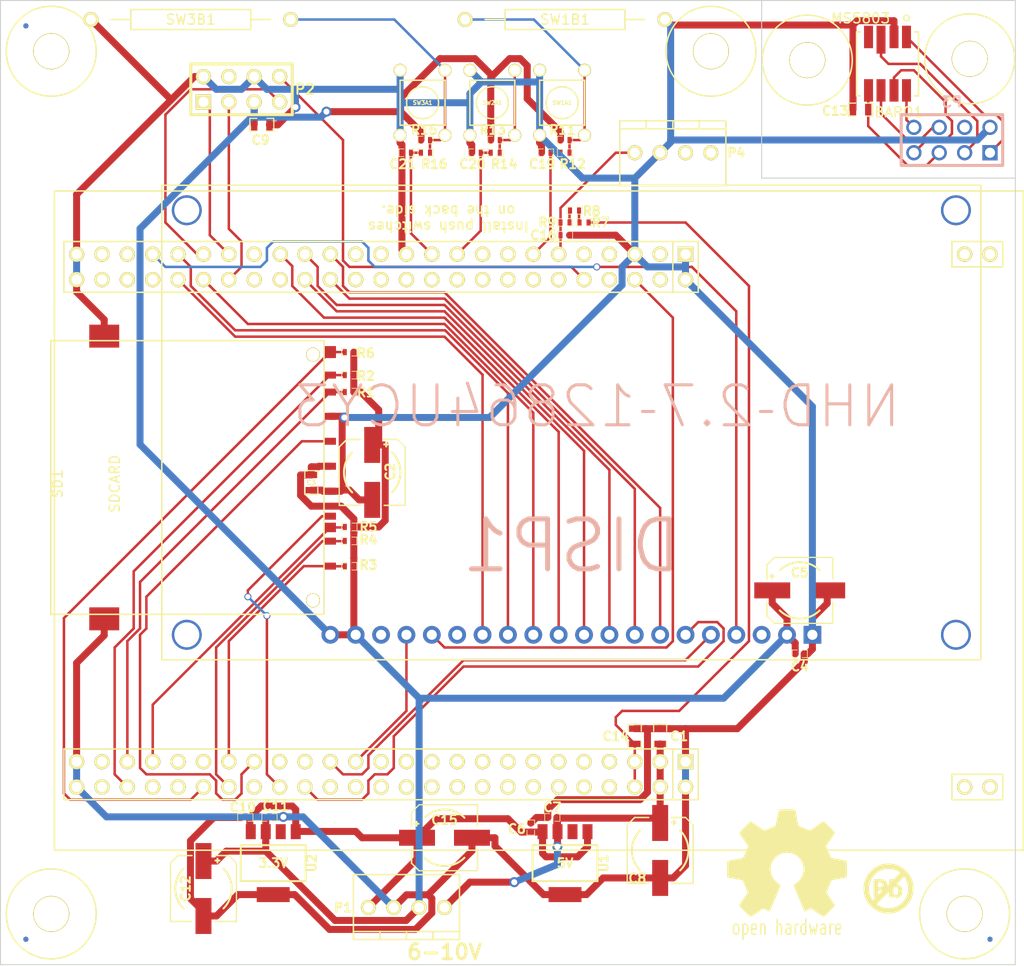
<source format=kicad_pcb>
(kicad_pcb (version 20171130) (host pcbnew "(5.1.12)-1")
  (title_block (title "Diving Computer Prototype") (company "MC JBF"))
  (layers (0 F.Cu jumper) (31 B.Cu signal) (35 F.Paste user) (37 F.SilkS user) (38 B.Mask user) (39 F.Mask user) (44 Edge.Cuts user))
  (net 0 "")
  (net 1 +3.3V)
  (net 2 +5V)
  (net 3 +BATT)
  (net 4 DEPTH_CS)
  (net 5 FSMC_A16)
  (net 6 FSMC_D08)
  (net 7 FSMC_D09)
  (net 8 FSMC_D10)
  (net 9 FSMC_D11)
  (net 10 FSMC_D12)
  (net 11 FSMC_D13)
  (net 12 FSMC_D14)
  (net 13 FSMC_D15)
  (net 14 FSMC_NE1)
  (net 15 FSMC_NOE)
  (net 16 FSMC_NWE)
  (net 17 GND)
  (net 18 N-0000024)
  (net 19 N-0000026)
  (net 20 N-0000028)
  (net 21 N-0000034)
  (net 22 N-0000038)
  (net 23 N-0000040)
  (net 24 N-0000041)
  (net 25 N-0000042)
  (net 26 N-0000043)
  (net 27 N-0000044)
  (net 28 N-0000045)
  (net 29 RESET)
  (net 30 SDIO_CK)
  (net 31 SDIO_CMD)
  (net 32 SDIO_D0)
  (net 33 SDIO_D1)
  (net 34 SDIO_D2)
  (net 35 SDIO_D3)
  (net 36 SD_CD)
  (net 37 SD_WP)
  (net 38 SPI2_MISO)
  (net 39 SPI2_MOSI)
  (net 40 SPI2_SCK)
  (net 41 STM_3V)
  (net 42 SW1)
  (net 43 SW2)
  (net 44 SW3)
  (net 45 WATER)
  (module SM0603_Capa (layer F.Cu) (at 61.595 91.44 270)
    (fp_text reference C3 (at 0 0) (layer F.SilkS) (effects (font (size 0.508 0.4572) (thickness 0.1143))))
    (fp_text value 10uF hide)
    (pad 1 smd rect (at -0.762 0 270) (size 0.635 1.143) (layers F.Cu F.Paste F.Mask) (net 1 +3.3V))
    (pad 2 smd rect (at 0.762 0 270) (size 0.635 1.143) (layers F.Cu F.Paste F.Mask) (net 17 GND))
  )
  (module pin_array_4x2 (layer F.Cu) (at 54.61 52.07)
    (fp_text reference P2 (at 6.35 0) (layer F.SilkS) (effects (font (size 1.016 1.016) (thickness 0.2032))))
    (fp_text value CONN_4X2 hide)
    (pad 1 thru_hole rect (at -3.81 1.27) (size 1.524 1.524) (drill 1.016) (layers *.Cu *.Mask F.SilkS) (net 40 SPI2_SCK))
    (pad 2 thru_hole circle (at -3.81 -1.27) (size 1.524 1.524) (drill 1.016) (layers *.Cu *.Mask F.SilkS) (net 17 GND))
    (pad 3 thru_hole circle (at -1.27 1.27) (size 1.524 1.524) (drill 1.016) (layers *.Cu *.Mask F.SilkS) (net 4 DEPTH_CS))
    (pad 4 thru_hole circle (at -1.27 -1.27) (size 1.524 1.524) (drill 1.016) (layers *.Cu *.Mask F.SilkS))
    (pad 5 thru_hole circle (at 1.27 1.27) (size 1.524 1.524) (drill 1.016) (layers *.Cu *.Mask F.SilkS) (net 1 +3.3V))
    (pad 6 thru_hole circle (at 1.27 -1.27) (size 1.524 1.524) (drill 1.016) (layers *.Cu *.Mask F.SilkS) (net 17 GND))
    (pad 7 thru_hole circle (at 3.81 1.27) (size 1.524 1.524) (drill 1.016) (layers *.Cu *.Mask F.SilkS) (net 39 SPI2_MOSI))
    (pad 8 thru_hole circle (at 3.81 -1.27) (size 1.524 1.524) (drill 1.016) (layers *.Cu *.Mask F.SilkS) (net 38 SPI2_MISO))
  )
  (module M3_MOUNT (layer F.Cu) (at 127 134.62)
    (fp_text reference M3_MOUNT_6 hide)
    (fp_text value VAL** hide)
    (pad "" np_thru_hole circle (at 0 0) (size 3.6 3.6) (drill 3.4) (layers *.Cu *.Mask F.SilkS))
  )
  (module M3_MOUNT (layer F.Cu) (at 35.56 48.26)
    (fp_text reference M3_MOUNT_5 hide)
    (fp_text value VAL** hide)
    (pad "" np_thru_hole circle (at 0 0) (size 3.6 3.6) (drill 3.4) (layers *.Cu *.Mask F.SilkS))
  )
  (module pin_array_4x2 (layer B.Cu) (at 125.73 57.15 180)
    (fp_text reference P3 (at 0 3.81 180) (layer B.SilkS) (effects (font (size 1.016 1.016) (thickness 0.2032)) (justify mirror)))
    (fp_text value CONN_4X2 hide)
    (pad 1 thru_hole rect (at -3.81 -1.27 180) (size 1.524 1.524) (drill 1.016) (layers *.Cu *.Mask) (net 27 N-0000044))
    (pad 2 thru_hole circle (at -3.81 1.27 180) (size 1.524 1.524) (drill 1.016) (layers *.Cu *.Mask) (net 17 GND))
    (pad 3 thru_hole circle (at -1.27 -1.27 180) (size 1.524 1.524) (drill 1.016) (layers *.Cu *.Mask) (net 28 N-0000045))
    (pad 4 thru_hole circle (at -1.27 1.27 180) (size 1.524 1.524) (drill 1.016) (layers *.Cu *.Mask))
    (pad 5 thru_hole circle (at 1.27 -1.27 180) (size 1.524 1.524) (drill 1.016) (layers *.Cu *.Mask) (net 26 N-0000043))
    (pad 6 thru_hole circle (at 1.27 1.27 180) (size 1.524 1.524) (drill 1.016) (layers *.Cu *.Mask) (net 25 N-0000042))
    (pad 7 thru_hole circle (at 3.81 -1.27 180) (size 1.524 1.524) (drill 1.016) (layers *.Cu *.Mask) (net 24 N-0000041))
    (pad 8 thru_hole circle (at 3.81 1.27 180) (size 1.524 1.524) (drill 1.016) (layers *.Cu *.Mask) (net 23 N-0000040))
  )
  (module M3_MOUNT (layer F.Cu) (at 111.252 49.149)
    (fp_text reference M3_MOUNT_4 hide)
    (fp_text value VAL** hide)
    (pad "" np_thru_hole circle (at 0 0) (size 3.6 3.6) (drill 3.4) (layers *.Cu *.Mask F.SilkS))
  )
  (module M3_MOUNT (layer F.Cu) (at 127.508 49.022)
    (fp_text reference M3_MOUNT_3 hide)
    (fp_text value VAL** hide)
    (pad "" np_thru_hole circle (at 0 0) (size 3.6 3.6) (drill 3.4) (layers *.Cu *.Mask F.SilkS))
  )
  (module M3_MOUNT (layer F.Cu) (at 101.6 48.26)
    (fp_text reference M3_MOUNT_2 hide)
    (fp_text value VAL** hide)
    (pad "" np_thru_hole circle (at 0 0) (size 3.6 3.6) (drill 3.4) (layers *.Cu *.Mask F.SilkS))
  )
  (module FIDUCIAL (layer F.Cu) (at 129.54 137.16)
    (fp_text reference FID2 hide)
    (fp_text value VAL** hide)
    (pad "" smd circle (at 0 0) (size 0.508 0.508) (layers B.Cu F.Mask) (clearance 1.016))
    (pad "" smd circle (at 0 0) (size 0.508 0.508) (layers F.Cu F.Mask) (clearance 1.016))
  )
  (module FIDUCIAL (layer F.Cu) (at 33.02 45.72)
    (fp_text reference FID3 hide)
    (fp_text value VAL** hide)
    (pad "" smd circle (at 0 0) (size 0.508 0.508) (layers B.Cu F.Mask) (clearance 1.016))
    (pad "" smd circle (at 0 0) (size 0.508 0.508) (layers F.Cu F.Mask) (clearance 1.016))
  )
  (module FIDUCIAL (layer F.Cu) (at 33.02 137.16)
    (fp_text reference FID1 hide)
    (fp_text value FID** hide)
    (pad "" smd circle (at 0 0) (size 0.508 0.508) (layers B.Cu F.Mask) (clearance 1.016))
    (pad "" smd circle (at 0 0) (size 0.508 0.508) (layers F.Cu F.Mask) (clearance 1.016))
  )
  (module M3_MOUNT (layer F.Cu) (at 35.56 134.62)
    (fp_text reference M3_MOUNT hide)
    (fp_text value VAL** hide)
    (pad "" np_thru_hole circle (at 0 0) (size 3.6 3.6) (drill 3.4) (layers *.Cu *.Mask F.SilkS))
  )
  (module MS5803 (layer F.Cu) (at 119.38 49.53 270)
    (fp_text reference BARO1 (at 4.826 -1.016) (layer F.SilkS))
    (fp_text value MS5803 (at -4.572 2.794) (layer F.SilkS))
    (pad 4 smd rect (at -2.7 2 90) (size 2.25 0.9) (layers F.Cu F.Paste F.Mask))
    (pad 3 smd rect (at -2.425 0.75 90) (size 2.8 0.9) (layers F.Cu F.Paste F.Mask) (net 28 N-0000045))
    (pad 2 smd rect (at -2.7 -0.55 90) (size 2.25 0.9) (layers F.Cu F.Paste F.Mask) (net 17 GND))
    (pad 1 smd rect (at -2.7 -1.8 90) (size 2.25 0.9) (layers F.Cu F.Paste F.Mask) (net 27 N-0000044))
    (pad 8 smd rect (at 2.65 -1.8 90) (size 2.25 0.9) (layers F.Cu F.Paste F.Mask) (net 23 N-0000040))
    (pad 7 smd rect (at 2.65 -0.55 90) (size 2.25 0.9) (layers F.Cu F.Paste F.Mask) (net 24 N-0000041))
    (pad 6 smd rect (at 2.65 0.75 90) (size 2.25 0.9) (layers F.Cu F.Paste F.Mask) (net 25 N-0000042))
    (pad 5 smd rect (at 2.65 2 90) (size 2.25 0.9) (layers F.Cu F.Paste F.Mask) (net 26 N-0000043))
  )
  (module 101-00405-75-ND (layer F.Cu) (at 63.5 99.822 270)
    (fp_text reference SD1 (at -8.255 27.305 270) (layer F.SilkS))
    (fp_text value SDCARD (at -8.255 21.59 270) (layer F.SilkS))
    (pad 12 smd rect (at -21.445 0.035 270) (size 1.2 1.2) (layers F.Cu F.Paste F.Mask) (net 37 SD_WP))
    (pad 8 smd rect (at -19.14 0.035 270) (size 0.7 1.2) (layers F.Cu F.Paste F.Mask) (net 33 SDIO_D1))
    (pad 7 smd rect (at -17.44 0.035 270) (size 0.7 1.2) (layers F.Cu F.Paste F.Mask) (net 32 SDIO_D0))
    (pad 6 smd rect (at -15.015 0.035 270) (size 0.7 1.2) (layers F.Cu F.Paste F.Mask) (net 17 GND))
    (pad 5 smd rect (at -12.515 0.035 270) (size 0.7 1.2) (layers F.Cu F.Paste F.Mask) (net 30 SDIO_CK))
    (pad 4 smd rect (at -10.015 0.035 270) (size 0.7 1.2) (layers F.Cu F.Paste F.Mask) (net 1 +3.3V))
    (pad 3 smd rect (at -7.515 0.035 270) (size 0.7 1.2) (layers F.Cu F.Paste F.Mask) (net 17 GND))
    (pad 11 smd rect (at -3.89 0.035 270) (size 0.95 1.2) (layers F.Cu F.Paste F.Mask) (net 36 SD_CD))
    (pad 2 smd rect (at -5.015 0.035 270) (size 0.7 1.2) (layers F.Cu F.Paste F.Mask) (net 31 SDIO_CMD))
    (pad 1 smd rect (at -2.515 0.035 270) (size 0.7 1.2) (layers F.Cu F.Paste F.Mask) (net 35 SDIO_D3))
    (pad 10 smd rect (at 5.26 22.635 270) (size 2.3 3) (layers F.Cu F.Paste F.Mask) (net 17 GND))
    (pad "" np_thru_hole circle (at 3.41 1.735 270) (size 1.4 1.4) (drill 1.2) (layers *.Cu *.Mask F.SilkS))
    (pad "" np_thru_hole circle (at -21.19 1.735 270) (size 1.4 1.4) (drill 1.2) (layers *.Cu *.Mask F.SilkS))
    (pad 10 smd rect (at -23.04 22.635 270) (size 2.3 3) (layers F.Cu F.Paste F.Mask) (net 17 GND))
    (pad 9 smd rect (at -0.015 0.035 270) (size 0.7 1.2) (layers F.Cu F.Paste F.Mask) (net 34 SDIO_D2))
  )
  (module P8008S-ND (layer F.Cu) (at 77.47 50.165)
    (fp_text reference SW2A1 (at 2.25 3.25) (layer F.SilkS) (effects (font (size 0.4 0.4) (thickness 0.1))))
    (fp_text value SW_PUSH hide)
    (pad 2 thru_hole circle (at 4.5 0) (size 1.3 1.3) (drill 1) (layers *.Cu *.Mask F.SilkS) (net 21 N-0000034))
    (pad 2 thru_hole circle (at 4.5 6.5) (size 1.3 1.3) (drill 1) (layers *.Cu *.Mask F.SilkS) (net 21 N-0000034))
    (pad 1 thru_hole circle (at 0 6.5) (size 1.3 1.3) (drill 1) (layers *.Cu *.Mask F.SilkS) (net 17 GND))
    (pad 1 thru_hole circle (at 0 0) (size 1.3 1.3) (drill 1) (layers *.Cu *.Mask F.SilkS) (net 17 GND))
  )
  (module REED (layer F.Cu) (at 86.995 45.085 180)
    (fp_text reference SW1B1 (at 0 0 180) (layer F.SilkS))
    (fp_text value SW_PUSH hide)
    (pad 2 thru_hole circle (at 10 0 180) (size 1.5 1.5) (drill 1) (layers *.Cu *.Mask F.SilkS) (net 18 N-0000024))
    (pad 1 thru_hole circle (at -10 0 180) (size 1.5 1.5) (drill 1) (layers *.Cu *.Mask F.SilkS) (net 17 GND))
  )
  (module REED (layer F.Cu) (at 49.53 45.085)
    (fp_text reference SW3B1 (at 0 0) (layer F.SilkS))
    (fp_text value SW_PUSH hide)
    (pad 2 thru_hole circle (at 10 0) (size 1.5 1.5) (drill 1) (layers *.Cu *.Mask F.SilkS) (net 22 N-0000038))
    (pad 1 thru_hole circle (at -10 0) (size 1.5 1.5) (drill 1) (layers *.Cu *.Mask F.SilkS) (net 17 GND))
  )
  (module ED10563-ND (layer F.Cu) (at 101.6 58.42 180)
    (fp_text reference P4 (at -2.54 0 180) (layer F.SilkS) (effects (font (size 0.9 0.9) (thickness 0.2))))
    (fp_text value CONN_4 hide)
    (pad 1 thru_hole circle (at 0 0 180) (size 1.5 1.5) (drill 1) (layers *.Cu *.Mask F.SilkS))
    (pad 2 thru_hole circle (at 2.54 0 180) (size 1.5 1.5) (drill 1) (layers *.Cu *.Mask F.SilkS))
    (pad 3 thru_hole circle (at 5.08 0 180) (size 1.5 1.5) (drill 1) (layers *.Cu *.Mask F.SilkS) (net 17 GND))
    (pad 4 thru_hole circle (at 7.62 0 180) (size 1.5 1.5) (drill 1) (layers *.Cu *.Mask F.SilkS) (net 45 WATER))
  )
  (module ED10563-ND (layer F.Cu) (at 67.31 133.985)
    (fp_text reference P1 (at -2.54 0) (layer F.SilkS) (effects (font (size 0.9 0.9) (thickness 0.2))))
    (fp_text value CONN_4 hide)
    (pad 1 thru_hole circle (at 0 0) (size 1.5 1.5) (drill 1) (layers *.Cu *.Mask F.SilkS) (net 3 +BATT))
    (pad 2 thru_hole circle (at 2.54 0) (size 1.5 1.5) (drill 1) (layers *.Cu *.Mask F.SilkS) (net 17 GND))
    (pad 3 thru_hole circle (at 5.08 0) (size 1.5 1.5) (drill 1) (layers *.Cu *.Mask F.SilkS) (net 1 +3.3V))
    (pad 4 thru_hole circle (at 7.62 0) (size 1.5 1.5) (drill 1) (layers *.Cu *.Mask F.SilkS) (net 2 +5V))
  )
  (module SM0402 (layer F.Cu) (at 65.405 95.885)
    (fp_text reference R5 (at 1.905 0) (layer F.SilkS) (effects (font (size 0.9 0.9) (thickness 0.2))))
    (fp_text value 100k hide)
    (pad 1 smd rect (at -0.44958 0) (size 0.39878 0.59944) (layers F.Cu F.Paste F.Mask) (net 36 SD_CD))
    (pad 2 smd rect (at 0.44958 0) (size 0.39878 0.59944) (layers F.Cu F.Paste F.Mask) (net 1 +3.3V))
  )
  (module SM0402 (layer F.Cu) (at 65.4 97.282 180)
    (fp_text reference R4 (at -1.91 0.127 180) (layer F.SilkS) (effects (font (size 0.9 0.9) (thickness 0.2))))
    (fp_text value 100k hide)
    (pad 1 smd rect (at -0.44958 0 180) (size 0.39878 0.59944) (layers F.Cu F.Paste F.Mask) (net 1 +3.3V))
    (pad 2 smd rect (at 0.44958 0 180) (size 0.39878 0.59944) (layers F.Cu F.Paste F.Mask) (net 35 SDIO_D3))
  )
  (module SM0402 (layer F.Cu) (at 65.405 99.822 180)
    (fp_text reference R3 (at -1.905 0.127 180) (layer F.SilkS) (effects (font (size 0.9 0.9) (thickness 0.2))))
    (fp_text value 100k hide)
    (pad 1 smd rect (at -0.44958 0 180) (size 0.39878 0.59944) (layers F.Cu F.Paste F.Mask) (net 1 +3.3V))
    (pad 2 smd rect (at 0.44958 0 180) (size 0.39878 0.59944) (layers F.Cu F.Paste F.Mask) (net 34 SDIO_D2))
  )
  (module SM0402_c (layer F.Cu) (at 110.49 108.585)
    (fp_text reference C4 (at 0 1.27) (layer F.SilkS) (effects (font (size 0.9 0.9) (thickness 0.2))))
    (fp_text value 1uF hide)
    (pad 1 smd rect (at -0.44958 0) (size 0.39878 0.59944) (layers F.Cu F.Paste F.Mask) (net 1 +3.3V))
    (pad 2 smd rect (at 0.44958 0) (size 0.39878 0.59944) (layers F.Cu F.Paste F.Mask) (net 17 GND))
  )
  (module SM0402_c (layer F.Cu) (at 54.991 124.968 180)
    (fp_text reference C10 (at 0.254 1.016 180) (layer F.SilkS) (effects (font (size 0.9 0.9) (thickness 0.2))))
    (fp_text value 1uF hide)
    (pad 1 smd rect (at -0.44958 0 180) (size 0.39878 0.59944) (layers F.Cu F.Paste F.Mask) (net 3 +BATT))
    (pad 2 smd rect (at 0.44958 0 180) (size 0.39878 0.59944) (layers F.Cu F.Paste F.Mask) (net 17 GND))
  )
  (module SM0402 (layer F.Cu) (at 65.4 82.382 180)
    (fp_text reference R1 (at -1.656 -0.041 180) (layer F.SilkS) (effects (font (size 0.9 0.9) (thickness 0.2))))
    (fp_text value 100k hide)
    (pad 1 smd rect (at -0.44958 0 180) (size 0.39878 0.59944) (layers F.Cu F.Paste F.Mask) (net 1 +3.3V))
    (pad 2 smd rect (at 0.44958 0 180) (size 0.39878 0.59944) (layers F.Cu F.Paste F.Mask) (net 32 SDIO_D0))
  )
  (module SM0402 (layer F.Cu) (at 65.4 80.682 180)
    (fp_text reference R2 (at -1.656 -0.09 180) (layer F.SilkS) (effects (font (size 0.9 0.9) (thickness 0.2))))
    (fp_text value 100k hide)
    (pad 1 smd rect (at -0.44958 0 180) (size 0.39878 0.59944) (layers F.Cu F.Paste F.Mask) (net 1 +3.3V))
    (pad 2 smd rect (at 0.44958 0 180) (size 0.39878 0.59944) (layers F.Cu F.Paste F.Mask) (net 33 SDIO_D1))
  )
  (module stm32f4_discovery_header (layer F.Cu) (at 38.1 121.92)
    (fp_text reference J1 hide)
    (fp_text value STM32F4_DISCOVERY_HEADER hide)
    (pad 103 thru_hole circle (at 91.44 0) (size 1.524 1.524) (drill 1.016) (layers *.Cu *.Mask F.SilkS))
    (pad 104 thru_hole circle (at 88.9 0) (size 1.524 1.524) (drill 1.016) (layers *.Cu *.Mask F.SilkS))
    (pad 51 thru_hole circle (at 0 -2.54) (size 1.524 1.524) (drill 1.016) (layers *.Cu *.Mask F.SilkS) (net 17 GND))
    (pad 53 thru_hole circle (at 2.54 -2.54) (size 1.524 1.524) (drill 1.016) (layers *.Cu *.Mask F.SilkS))
    (pad 55 thru_hole circle (at 5.08 -2.54) (size 1.524 1.524) (drill 1.016) (layers *.Cu *.Mask F.SilkS) (net 32 SDIO_D0))
    (pad 57 thru_hole circle (at 7.62 -2.54) (size 1.524 1.524) (drill 1.016) (layers *.Cu *.Mask F.SilkS) (net 36 SD_CD))
    (pad 59 thru_hole circle (at 10.16 -2.54) (size 1.524 1.524) (drill 1.016) (layers *.Cu *.Mask F.SilkS))
    (pad 61 thru_hole circle (at 12.7 -2.54) (size 1.524 1.524) (drill 1.016) (layers *.Cu *.Mask F.SilkS))
    (pad 63 thru_hole circle (at 15.24 -2.54) (size 1.524 1.524) (drill 1.016) (layers *.Cu *.Mask F.SilkS) (net 34 SDIO_D2))
    (pad 65 thru_hole circle (at 17.78 -2.54) (size 1.524 1.524) (drill 1.016) (layers *.Cu *.Mask F.SilkS) (net 30 SDIO_CK))
    (pad 67 thru_hole circle (at 20.32 -2.54) (size 1.524 1.524) (drill 1.016) (layers *.Cu *.Mask F.SilkS))
    (pad 69 thru_hole circle (at 22.86 -2.54) (size 1.524 1.524) (drill 1.016) (layers *.Cu *.Mask F.SilkS))
    (pad 71 thru_hole circle (at 25.4 -2.54) (size 1.524 1.524) (drill 1.016) (layers *.Cu *.Mask F.SilkS) (net 16 FSMC_NWE))
    (pad 73 thru_hole circle (at 27.94 -2.54) (size 1.524 1.524) (drill 1.016) (layers *.Cu *.Mask F.SilkS) (net 14 FSMC_NE1))
    (pad 75 thru_hole circle (at 30.48 -2.54) (size 1.524 1.524) (drill 1.016) (layers *.Cu *.Mask F.SilkS))
    (pad 77 thru_hole circle (at 33.02 -2.54) (size 1.524 1.524) (drill 1.016) (layers *.Cu *.Mask F.SilkS))
    (pad 79 thru_hole circle (at 35.56 -2.54) (size 1.524 1.524) (drill 1.016) (layers *.Cu *.Mask F.SilkS))
    (pad 81 thru_hole circle (at 38.1 -2.54) (size 1.524 1.524) (drill 1.016) (layers *.Cu *.Mask F.SilkS))
    (pad 83 thru_hole circle (at 40.64 -2.54) (size 1.524 1.524) (drill 1.016) (layers *.Cu *.Mask F.SilkS))
    (pad 85 thru_hole circle (at 43.18 -2.54) (size 1.524 1.524) (drill 1.016) (layers *.Cu *.Mask F.SilkS))
    (pad 87 thru_hole circle (at 45.72 -2.54) (size 1.524 1.524) (drill 1.016) (layers *.Cu *.Mask F.SilkS))
    (pad 89 thru_hole circle (at 48.26 -2.54) (size 1.524 1.524) (drill 1.016) (layers *.Cu *.Mask F.SilkS))
    (pad 91 thru_hole circle (at 50.8 -2.54) (size 1.524 1.524) (drill 1.016) (layers *.Cu *.Mask F.SilkS))
    (pad 93 thru_hole circle (at 53.34 -2.54) (size 1.524 1.524) (drill 1.016) (layers *.Cu *.Mask F.SilkS))
    (pad 95 thru_hole circle (at 55.88 -2.54) (size 1.524 1.524) (drill 1.016) (layers *.Cu *.Mask F.SilkS) (net 41 STM_3V))
    (pad 97 thru_hole circle (at 58.42 -2.54) (size 1.524 1.524) (drill 1.016) (layers *.Cu *.Mask F.SilkS) (net 2 +5V))
    (pad 99 thru_hole rect (at 60.96 -2.54) (size 1.524 1.524) (drill 1.016) (layers *.Cu *.Mask F.SilkS) (net 17 GND))
    (pad 100 thru_hole circle (at 60.96 0) (size 1.524 1.524) (drill 1.016) (layers *.Cu *.Mask F.SilkS) (net 17 GND))
    (pad 98 thru_hole circle (at 58.42 0) (size 1.524 1.524) (drill 1.016) (layers *.Cu *.Mask F.SilkS) (net 2 +5V))
    (pad 96 thru_hole circle (at 55.88 0) (size 1.524 1.524) (drill 1.016) (layers *.Cu *.Mask F.SilkS) (net 41 STM_3V))
    (pad 94 thru_hole circle (at 53.34 0) (size 1.524 1.524) (drill 1.016) (layers *.Cu *.Mask F.SilkS))
    (pad 92 thru_hole circle (at 50.8 0) (size 1.524 1.524) (drill 1.016) (layers *.Cu *.Mask F.SilkS))
    (pad 90 thru_hole circle (at 48.26 0) (size 1.524 1.524) (drill 1.016) (layers *.Cu *.Mask F.SilkS))
    (pad 88 thru_hole circle (at 45.72 0) (size 1.524 1.524) (drill 1.016) (layers *.Cu *.Mask F.SilkS))
    (pad 86 thru_hole circle (at 43.18 0) (size 1.524 1.524) (drill 1.016) (layers *.Cu *.Mask F.SilkS))
    (pad 84 thru_hole circle (at 40.64 0) (size 1.524 1.524) (drill 1.016) (layers *.Cu *.Mask F.SilkS))
    (pad 82 thru_hole circle (at 38.1 0) (size 1.524 1.524) (drill 1.016) (layers *.Cu *.Mask F.SilkS))
    (pad 80 thru_hole circle (at 35.56 0) (size 1.524 1.524) (drill 1.016) (layers *.Cu *.Mask F.SilkS))
    (pad 78 thru_hole circle (at 33.02 0) (size 1.524 1.524) (drill 1.016) (layers *.Cu *.Mask F.SilkS))
    (pad 76 thru_hole circle (at 30.48 0) (size 1.524 1.524) (drill 1.016) (layers *.Cu *.Mask F.SilkS))
    (pad 74 thru_hole circle (at 27.94 0) (size 1.524 1.524) (drill 1.016) (layers *.Cu *.Mask F.SilkS))
    (pad 72 thru_hole circle (at 25.4 0) (size 1.524 1.524) (drill 1.016) (layers *.Cu *.Mask F.SilkS))
    (pad 70 thru_hole circle (at 22.86 0) (size 1.524 1.524) (drill 1.016) (layers *.Cu *.Mask F.SilkS) (net 15 FSMC_NOE))
    (pad 68 thru_hole circle (at 20.32 0) (size 1.524 1.524) (drill 1.016) (layers *.Cu *.Mask F.SilkS) (net 31 SDIO_CMD))
    (pad 66 thru_hole circle (at 17.78 0) (size 1.524 1.524) (drill 1.016) (layers *.Cu *.Mask F.SilkS))
    (pad 64 thru_hole circle (at 15.24 0) (size 1.524 1.524) (drill 1.016) (layers *.Cu *.Mask F.SilkS) (net 35 SDIO_D3))
    (pad 62 thru_hole circle (at 12.7 0) (size 1.524 1.524) (drill 1.016) (layers *.Cu *.Mask F.SilkS) (net 37 SD_WP))
    (pad 60 thru_hole circle (at 10.16 0) (size 1.524 1.524) (drill 1.016) (layers *.Cu *.Mask F.SilkS))
    (pad 58 thru_hole circle (at 7.62 0) (size 1.524 1.524) (drill 1.016) (layers *.Cu *.Mask F.SilkS))
    (pad 56 thru_hole circle (at 5.08 0) (size 1.524 1.524) (drill 1.016) (layers *.Cu *.Mask F.SilkS) (net 33 SDIO_D1))
    (pad 54 thru_hole circle (at 2.54 0) (size 1.524 1.524) (drill 1.016) (layers *.Cu *.Mask F.SilkS))
    (pad 52 thru_hole circle (at 0 0) (size 1.524 1.524) (drill 1.016) (layers *.Cu *.Mask F.SilkS) (net 17 GND))
    (pad 50 thru_hole circle (at 0 -50.8) (size 1.524 1.524) (drill 1.016) (layers *.Cu *.Mask F.SilkS) (net 17 GND))
    (pad 48 thru_hole circle (at 2.54 -50.8) (size 1.524 1.524) (drill 1.016) (layers *.Cu *.Mask F.SilkS))
    (pad 46 thru_hole circle (at 5.08 -50.8) (size 1.524 1.524) (drill 1.016) (layers *.Cu *.Mask F.SilkS))
    (pad 44 thru_hole circle (at 7.62 -50.8) (size 1.524 1.524) (drill 1.016) (layers *.Cu *.Mask F.SilkS))
    (pad 42 thru_hole circle (at 10.16 -50.8) (size 1.524 1.524) (drill 1.016) (layers *.Cu *.Mask F.SilkS) (net 13 FSMC_D15))
    (pad 40 thru_hole circle (at 12.7 -50.8) (size 1.524 1.524) (drill 1.016) (layers *.Cu *.Mask F.SilkS) (net 11 FSMC_D13))
    (pad 38 thru_hole circle (at 15.24 -50.8) (size 1.524 1.524) (drill 1.016) (layers *.Cu *.Mask F.SilkS) (net 4 DEPTH_CS))
    (pad 36 thru_hole circle (at 17.78 -50.8) (size 1.524 1.524) (drill 1.016) (layers *.Cu *.Mask F.SilkS))
    (pad 34 thru_hole circle (at 20.395 -50.8) (size 1.524 1.524) (drill 1.016) (layers *.Cu *.Mask F.SilkS))
    (pad 32 thru_hole circle (at 22.86 -50.8) (size 1.524 1.524) (drill 1.016) (layers *.Cu *.Mask F.SilkS) (net 9 FSMC_D11))
    (pad 30 thru_hole circle (at 25.4 -50.8) (size 1.524 1.524) (drill 1.016) (layers *.Cu *.Mask F.SilkS) (net 7 FSMC_D09))
    (pad 28 thru_hole circle (at 27.94 -50.8) (size 1.524 1.524) (drill 1.016) (layers *.Cu *.Mask F.SilkS))
    (pad 26 thru_hole circle (at 30.48 -50.8) (size 1.524 1.524) (drill 1.016) (layers *.Cu *.Mask F.SilkS))
    (pad 24 thru_hole circle (at 33.02 -50.8) (size 1.524 1.524) (drill 1.016) (layers *.Cu *.Mask F.SilkS))
    (pad 22 thru_hole circle (at 35.56 -50.8) (size 1.524 1.524) (drill 1.016) (layers *.Cu *.Mask F.SilkS))
    (pad 20 thru_hole circle (at 38.1 -50.8) (size 1.524 1.524) (drill 1.016) (layers *.Cu *.Mask F.SilkS))
    (pad 18 thru_hole circle (at 40.64 -50.8) (size 1.524 1.524) (drill 1.016) (layers *.Cu *.Mask F.SilkS))
    (pad 16 thru_hole circle (at 43.18 -50.8) (size 1.524 1.524) (drill 1.016) (layers *.Cu *.Mask F.SilkS))
    (pad 14 thru_hole circle (at 45.72 -50.8) (size 1.524 1.524) (drill 1.016) (layers *.Cu *.Mask F.SilkS))
    (pad 12 thru_hole circle (at 48.26 -50.8) (size 1.524 1.524) (drill 1.016) (layers *.Cu *.Mask F.SilkS))
    (pad 10 thru_hole circle (at 50.8 -50.8) (size 1.524 1.524) (drill 1.016) (layers *.Cu *.Mask F.SilkS) (net 38 SPI2_MISO))
    (pad 8 thru_hole circle (at 53.34 -50.8) (size 1.524 1.524) (drill 1.016) (layers *.Cu *.Mask F.SilkS))
    (pad 6 thru_hole circle (at 55.88 -50.8) (size 1.524 1.524) (drill 1.016) (layers *.Cu *.Mask F.SilkS) (net 29 RESET))
    (pad 4 thru_hole circle (at 58.42 -50.8) (size 1.524 1.524) (drill 1.016) (layers *.Cu *.Mask F.SilkS))
    (pad 2 thru_hole circle (at 60.96 -50.8) (size 1.524 1.524) (drill 1.016) (layers *.Cu *.Mask F.SilkS) (net 17 GND))
    (pad 1 thru_hole rect (at 60.96 -53.34) (size 1.524 1.524) (drill 1.016) (layers *.Cu *.Mask F.SilkS) (net 17 GND))
    (pad 3 thru_hole circle (at 58.42 -53.34) (size 1.524 1.524) (drill 1.016) (layers *.Cu *.Mask F.SilkS))
    (pad 5 thru_hole circle (at 55.88 -53.34) (size 1.524 1.524) (drill 1.016) (layers *.Cu *.Mask F.SilkS) (net 17 GND))
    (pad 7 thru_hole circle (at 53.34 -53.34) (size 1.524 1.524) (drill 1.016) (layers *.Cu *.Mask F.SilkS))
    (pad 9 thru_hole circle (at 50.8 -53.34) (size 1.524 1.524) (drill 1.016) (layers *.Cu *.Mask F.SilkS))
    (pad 11 thru_hole circle (at 48.26 -53.34) (size 1.524 1.524) (drill 1.016) (layers *.Cu *.Mask F.SilkS) (net 45 WATER))
    (pad 13 thru_hole circle (at 45.72 -53.34) (size 1.524 1.524) (drill 1.016) (layers *.Cu *.Mask F.SilkS) (net 42 SW1))
    (pad 15 thru_hole circle (at 43.18 -53.34) (size 1.524 1.524) (drill 1.016) (layers *.Cu *.Mask F.SilkS))
    (pad 17 thru_hole circle (at 40.64 -53.34) (size 1.524 1.524) (drill 1.016) (layers *.Cu *.Mask F.SilkS))
    (pad 19 thru_hole circle (at 38.1 -53.34) (size 1.524 1.524) (drill 1.016) (layers *.Cu *.Mask F.SilkS) (net 43 SW2))
    (pad 21 thru_hole circle (at 35.56 -53.34) (size 1.524 1.524) (drill 1.016) (layers *.Cu *.Mask F.SilkS) (net 44 SW3))
    (pad 23 thru_hole circle (at 33.02 -53.34) (size 1.524 1.524) (drill 1.016) (layers *.Cu *.Mask F.SilkS) (net 17 GND))
    (pad 25 thru_hole circle (at 30.48 -53.34) (size 1.524 1.524) (drill 1.016) (layers *.Cu *.Mask F.SilkS))
    (pad 27 thru_hole circle (at 27.94 -53.34) (size 1.524 1.524) (drill 1.016) (layers *.Cu *.Mask F.SilkS))
    (pad 29 thru_hole circle (at 25.4 -53.34) (size 1.524 1.524) (drill 1.016) (layers *.Cu *.Mask F.SilkS) (net 6 FSMC_D08))
    (pad 31 thru_hole circle (at 22.86 -53.34) (size 1.524 1.524) (drill 1.016) (layers *.Cu *.Mask F.SilkS) (net 8 FSMC_D10))
    (pad 33 thru_hole circle (at 20.395 -53.34) (size 1.524 1.524) (drill 1.016) (layers *.Cu *.Mask F.SilkS) (net 10 FSMC_D12))
    (pad 35 thru_hole circle (at 17.78 -53.34) (size 1.524 1.524) (drill 1.016) (layers *.Cu *.Mask F.SilkS))
    (pad 37 thru_hole circle (at 15.24 -53.34) (size 1.524 1.524) (drill 1.016) (layers *.Cu *.Mask F.SilkS) (net 40 SPI2_SCK))
    (pad 39 thru_hole circle (at 12.7 -53.34) (size 1.524 1.524) (drill 1.016) (layers *.Cu *.Mask F.SilkS) (net 39 SPI2_MOSI))
    (pad 41 thru_hole circle (at 10.16 -53.34) (size 1.524 1.524) (drill 1.016) (layers *.Cu *.Mask F.SilkS) (net 12 FSMC_D14))
    (pad 43 thru_hole circle (at 7.62 -53.34) (size 1.524 1.524) (drill 1.016) (layers *.Cu *.Mask F.SilkS) (net 5 FSMC_A16))
    (pad 45 thru_hole circle (at 5.08 -53.34) (size 1.524 1.524) (drill 1.016) (layers *.Cu *.Mask F.SilkS))
    (pad 47 thru_hole circle (at 2.54 -53.34) (size 1.524 1.524) (drill 1.016) (layers *.Cu *.Mask F.SilkS))
    (pad 49 thru_hole circle (at 0 -53.34) (size 1.524 1.524) (drill 1.016) (layers *.Cu *.Mask F.SilkS) (net 17 GND))
    (pad 102 thru_hole circle (at 88.9 -53.34) (size 1.524 1.524) (drill 1.016) (layers *.Cu *.Mask F.SilkS))
    (pad 101 thru_hole circle (at 91.44 -53.34) (size 1.524 1.524) (drill 1.016) (layers *.Cu *.Mask F.SilkS))
  )
  (module SM0402 (layer F.Cu) (at 65.4 78.382)
    (fp_text reference R6 (at 1.656 0.104) (layer F.SilkS) (effects (font (size 0.9 0.9) (thickness 0.2))))
    (fp_text value 100k hide)
    (pad 1 smd rect (at -0.44958 0) (size 0.39878 0.59944) (layers F.Cu F.Paste F.Mask) (net 37 SD_WP))
    (pad 2 smd rect (at 0.44958 0) (size 0.39878 0.59944) (layers F.Cu F.Paste F.Mask) (net 1 +3.3V))
  )
  (module P8008S-ND (layer F.Cu) (at 70.485 50.165)
    (fp_text reference SW3A1 (at 2.25 3.25) (layer F.SilkS) (effects (font (size 0.4 0.4) (thickness 0.1))))
    (fp_text value SW_PUSH hide)
    (pad 2 thru_hole circle (at 4.5 0) (size 1.3 1.3) (drill 1) (layers *.Cu *.Mask F.SilkS) (net 22 N-0000038))
    (pad 2 thru_hole circle (at 4.5 6.5) (size 1.3 1.3) (drill 1) (layers *.Cu *.Mask F.SilkS) (net 22 N-0000038))
    (pad 1 thru_hole circle (at 0 6.5) (size 1.3 1.3) (drill 1) (layers *.Cu *.Mask F.SilkS) (net 17 GND))
    (pad 1 thru_hole circle (at 0 0) (size 1.3 1.3) (drill 1) (layers *.Cu *.Mask F.SilkS) (net 17 GND))
  )
  (module SM0402 (layer F.Cu) (at 73.025 57.15 180)
    (fp_text reference R15 (at 0.127 1.016 180) (layer F.SilkS) (effects (font (size 0.9 0.9) (thickness 0.2))))
    (fp_text value 100k hide)
    (pad 1 smd rect (at -0.44958 0 180) (size 0.39878 0.59944) (layers F.Cu F.Paste F.Mask) (net 22 N-0000038))
    (pad 2 smd rect (at 0.44958 0 180) (size 0.39878 0.59944) (layers F.Cu F.Paste F.Mask) (net 1 +3.3V))
  )
  (module SM0402 (layer F.Cu) (at 73.025 58.42 180)
    (fp_text reference R16 (at -0.889 -1.143 180) (layer F.SilkS) (effects (font (size 0.9 0.9) (thickness 0.2))))
    (fp_text value 100k hide)
    (pad 1 smd rect (at -0.44958 0 180) (size 0.39878 0.59944) (layers F.Cu F.Paste F.Mask) (net 22 N-0000038))
    (pad 2 smd rect (at 0.44958 0 180) (size 0.39878 0.59944) (layers F.Cu F.Paste F.Mask) (net 44 SW3))
  )
  (module SM0402_c (layer F.Cu) (at 71.12 58.42 180)
    (fp_text reference C21 (at 0.381 -1.143 180) (layer F.SilkS) (effects (font (size 0.9 0.9) (thickness 0.2))))
    (fp_text value 1uF hide)
    (pad 1 smd rect (at -0.44958 0 180) (size 0.39878 0.59944) (layers F.Cu F.Paste F.Mask) (net 44 SW3))
    (pad 2 smd rect (at 0.44958 0 180) (size 0.39878 0.59944) (layers F.Cu F.Paste F.Mask) (net 17 GND))
  )
  (module SM0402_c (layer F.Cu) (at 78.105 58.42 180)
    (fp_text reference C20 (at 0.381 -1.143 180) (layer F.SilkS) (effects (font (size 0.9 0.9) (thickness 0.2))))
    (fp_text value 1uF hide)
    (pad 1 smd rect (at -0.44958 0 180) (size 0.39878 0.59944) (layers F.Cu F.Paste F.Mask) (net 43 SW2))
    (pad 2 smd rect (at 0.44958 0 180) (size 0.39878 0.59944) (layers F.Cu F.Paste F.Mask) (net 17 GND))
  )
  (module SM0402 (layer F.Cu) (at 80.01 57.15 180)
    (fp_text reference R13 (at 0.254 1.016 180) (layer F.SilkS) (effects (font (size 0.9 0.9) (thickness 0.2))))
    (fp_text value 100k hide)
    (pad 1 smd rect (at -0.44958 0 180) (size 0.39878 0.59944) (layers F.Cu F.Paste F.Mask) (net 21 N-0000034))
    (pad 2 smd rect (at 0.44958 0 180) (size 0.39878 0.59944) (layers F.Cu F.Paste F.Mask) (net 1 +3.3V))
  )
  (module SM0402 (layer F.Cu) (at 80.01 58.42 180)
    (fp_text reference R14 (at -0.889 -1.143 180) (layer F.SilkS) (effects (font (size 0.9 0.9) (thickness 0.2))))
    (fp_text value 100k hide)
    (pad 1 smd rect (at -0.44958 0 180) (size 0.39878 0.59944) (layers F.Cu F.Paste F.Mask) (net 21 N-0000034))
    (pad 2 smd rect (at 0.44958 0 180) (size 0.39878 0.59944) (layers F.Cu F.Paste F.Mask) (net 43 SW2))
  )
  (module SM0402_c (layer F.Cu) (at 85.09 58.42 180)
    (fp_text reference C19 (at 0.381 -1.143 180) (layer F.SilkS) (effects (font (size 0.9 0.9) (thickness 0.2))))
    (fp_text value 1uF hide)
    (pad 1 smd rect (at -0.44958 0 180) (size 0.39878 0.59944) (layers F.Cu F.Paste F.Mask) (net 42 SW1))
    (pad 2 smd rect (at 0.44958 0 180) (size 0.39878 0.59944) (layers F.Cu F.Paste F.Mask) (net 17 GND))
  )
  (module SM0402 (layer F.Cu) (at 86.995 58.42 180)
    (fp_text reference R12 (at -0.762 -1.143 180) (layer F.SilkS) (effects (font (size 0.9 0.9) (thickness 0.2))))
    (fp_text value 100k hide)
    (pad 1 smd rect (at -0.44958 0 180) (size 0.39878 0.59944) (layers F.Cu F.Paste F.Mask) (net 18 N-0000024))
    (pad 2 smd rect (at 0.44958 0 180) (size 0.39878 0.59944) (layers F.Cu F.Paste F.Mask) (net 42 SW1))
  )
  (module P8008S-ND (layer F.Cu) (at 84.455 50.165)
    (fp_text reference SW1A1 (at 2.25 3.25) (layer F.SilkS) (effects (font (size 0.4 0.4) (thickness 0.1))))
    (fp_text value SW_PUSH hide)
    (pad 2 thru_hole circle (at 4.5 0) (size 1.3 1.3) (drill 1) (layers *.Cu *.Mask F.SilkS) (net 18 N-0000024))
    (pad 2 thru_hole circle (at 4.5 6.5) (size 1.3 1.3) (drill 1) (layers *.Cu *.Mask F.SilkS) (net 18 N-0000024))
    (pad 1 thru_hole circle (at 0 6.5) (size 1.3 1.3) (drill 1) (layers *.Cu *.Mask F.SilkS) (net 17 GND))
    (pad 1 thru_hole circle (at 0 0) (size 1.3 1.3) (drill 1) (layers *.Cu *.Mask F.SilkS) (net 17 GND))
  )
  (module SM0402 (layer F.Cu) (at 86.995 57.15 180)
    (fp_text reference R11 (at 0.254 1.016 180) (layer F.SilkS) (effects (font (size 0.9 0.9) (thickness 0.2))))
    (fp_text value 100k hide)
    (pad 1 smd rect (at -0.44958 0 180) (size 0.39878 0.59944) (layers F.Cu F.Paste F.Mask) (net 18 N-0000024))
    (pad 2 smd rect (at 0.44958 0 180) (size 0.39878 0.59944) (layers F.Cu F.Paste F.Mask) (net 1 +3.3V))
  )
  (module SM0402_c (layer F.Cu) (at 57.404 124.968)
    (fp_text reference C11 (at 0.635 -1.143) (layer F.SilkS) (effects (font (size 0.9 0.9) (thickness 0.2))))
    (fp_text value 1uF hide)
    (pad 1 smd rect (at -0.44958 0) (size 0.39878 0.59944) (layers F.Cu F.Paste F.Mask) (net 1 +3.3V))
    (pad 2 smd rect (at 0.44958 0) (size 0.39878 0.59944) (layers F.Cu F.Paste F.Mask) (net 17 GND))
  )
  (module SM0402_c (layer F.Cu) (at 83.566 125.984 90)
    (fp_text reference C6 (at -0.127 -1.397 180) (layer F.SilkS) (effects (font (size 0.9 0.9) (thickness 0.2))))
    (fp_text value 1uF hide)
    (pad 1 smd rect (at -0.44958 0 90) (size 0.39878 0.59944) (layers F.Cu F.Paste F.Mask) (net 3 +BATT))
    (pad 2 smd rect (at 0.44958 0 90) (size 0.39878 0.59944) (layers F.Cu F.Paste F.Mask) (net 17 GND))
  )
  (module SM0402_c (layer F.Cu) (at 85.725 124.968 180)
    (fp_text reference C7 (at 0 1.016 180) (layer F.SilkS) (effects (font (size 0.9 0.9) (thickness 0.2))))
    (fp_text value 1uF hide)
    (pad 1 smd rect (at -0.44958 0 180) (size 0.39878 0.59944) (layers F.Cu F.Paste F.Mask) (net 2 +5V))
    (pad 2 smd rect (at 0.44958 0 180) (size 0.39878 0.59944) (layers F.Cu F.Paste F.Mask) (net 17 GND))
  )
  (module c_elec_6.3x5.7 (layer F.Cu) (at 74.93 127 180)
    (fp_text reference C15 (at 0 1.778 180) (layer F.SilkS) (effects (font (size 0.9 0.9) (thickness 0.2))))
    (fp_text value 150uF hide)
    (pad 1 smd rect (at 2.75082 0 180) (size 3.59918 1.6002) (layers F.Cu F.Paste F.Mask) (net 3 +BATT))
    (pad 2 smd rect (at -2.75082 0 180) (size 3.59918 1.6002) (layers F.Cu F.Paste F.Mask) (net 17 GND))
  )
  (module c_elec_6.3x5.7 (layer F.Cu) (at 50.8 132.08 90)
    (fp_text reference C12 (at 0 -1.778 90) (layer F.SilkS) (effects (font (size 0.9 0.9) (thickness 0.2))))
    (fp_text value 150uF hide)
    (pad 1 smd rect (at 2.75082 0 90) (size 3.59918 1.6002) (layers F.Cu F.Paste F.Mask) (net 1 +3.3V))
    (pad 2 smd rect (at -2.75082 0 90) (size 3.59918 1.6002) (layers F.Cu F.Paste F.Mask) (net 17 GND))
  )
  (module c_elec_6.3x5.7 (layer F.Cu) (at 96.52 128.27 90)
    (fp_text reference C8 (at -2.794 -2.286 180) (layer F.SilkS) (effects (font (size 0.9 0.9) (thickness 0.2))))
    (fp_text value 150uF hide)
    (pad 1 smd rect (at 2.75082 0 90) (size 3.59918 1.6002) (layers F.Cu F.Paste F.Mask) (net 2 +5V))
    (pad 2 smd rect (at -2.75082 0 90) (size 3.59918 1.6002) (layers F.Cu F.Paste F.Mask) (net 17 GND))
  )
  (module c_elec_6.3x5.7 (layer F.Cu) (at 110.49 102.235 180)
    (fp_text reference C5 (at 0 1.778 180) (layer F.SilkS) (effects (font (size 0.9 0.9) (thickness 0.2))))
    (fp_text value 150uF hide)
    (pad 1 smd rect (at 2.75082 0 180) (size 3.59918 1.6002) (layers F.Cu F.Paste F.Mask) (net 1 +3.3V))
    (pad 2 smd rect (at -2.75082 0 180) (size 3.59918 1.6002) (layers F.Cu F.Paste F.Mask) (net 17 GND))
  )
  (module c_elec_6.3x5.7 (layer F.Cu) (at 67.691 90.424 90)
    (fp_text reference C2 (at 0.059 1.809 90) (layer F.SilkS) (effects (font (size 0.9 0.9) (thickness 0.2))))
    (fp_text value 150uF hide)
    (pad 1 smd rect (at 2.75082 0 90) (size 3.59918 1.6002) (layers F.Cu F.Paste F.Mask) (net 1 +3.3V))
    (pad 2 smd rect (at -2.75082 0 90) (size 3.59918 1.6002) (layers F.Cu F.Paste F.Mask) (net 17 GND))
  )
  (module SM0402 (layer F.Cu) (at 86.995 65.405 180)
    (fp_text reference R9 (at 1.778 0 180) (layer F.SilkS) (effects (font (size 0.9 0.9) (thickness 0.2))))
    (fp_text value 100k hide)
    (pad 1 smd rect (at -0.44958 0 180) (size 0.39878 0.59944) (layers F.Cu F.Paste F.Mask) (net 20 N-0000028))
    (pad 2 smd rect (at 0.44958 0 180) (size 0.39878 0.59944) (layers F.Cu F.Paste F.Mask) (net 45 WATER))
  )
  (module SOT-223-5 (layer F.Cu) (at 57.785 129.54 180)
    (fp_text reference U2 (at -3.85 0 270) (layer F.SilkS) (effects (font (size 0.9 0.9) (thickness 0.2))))
    (fp_text value 3.3V (at 0 0 180) (layer F.SilkS) (effects (font (size 0.9 0.9) (thickness 0.2))))
    (pad 1 smd rect (at -2.25 3.15 180) (size 1 1.5) (layers F.Cu F.Paste F.Mask) (net 3 +BATT))
    (pad 2 smd rect (at -0.75 3.15 180) (size 1 1.5) (layers F.Cu F.Paste F.Mask))
    (pad 3 smd rect (at 0.75 3.15 180) (size 1 1.5) (layers F.Cu F.Paste F.Mask) (net 1 +3.3V))
    (pad 4 smd rect (at 2.25 3.15 180) (size 1 1.5) (layers F.Cu F.Paste F.Mask) (net 3 +BATT))
    (pad 5 smd rect (at 0 -3.15 180) (size 3.3 1.5) (layers F.Cu F.Paste F.Mask) (net 17 GND))
  )
  (module SOT-223-5 (layer F.Cu) (at 86.995 129.54 180)
    (fp_text reference U1 (at -3.85 0 270) (layer F.SilkS) (effects (font (size 0.9 0.9) (thickness 0.2))))
    (fp_text value 5V (at 0 0 180) (layer F.SilkS) (effects (font (size 0.9 0.9) (thickness 0.2))))
    (pad 1 smd rect (at -2.25 3.15 180) (size 1 1.5) (layers F.Cu F.Paste F.Mask) (net 3 +BATT))
    (pad 2 smd rect (at -0.75 3.15 180) (size 1 1.5) (layers F.Cu F.Paste F.Mask))
    (pad 3 smd rect (at 0.75 3.15 180) (size 1 1.5) (layers F.Cu F.Paste F.Mask) (net 2 +5V))
    (pad 4 smd rect (at 2.25 3.15 180) (size 1 1.5) (layers F.Cu F.Paste F.Mask) (net 3 +BATT))
    (pad 5 smd rect (at 0 -3.15 180) (size 3.3 1.5) (layers F.Cu F.Paste F.Mask) (net 17 GND))
  )
  (module NHD‐2.7‐12864UCY3 (layer B.Cu) (at 111.76 106.68)
    (fp_text reference DISP1 (at -24.13 -8.89) (layer B.SilkS) (effects (font (size 5 5) (thickness 0.5)) (justify mirror)))
    (fp_text value NHD‐2.7‐12864UCY3 (at -21.59 -22.86) (layer B.SilkS) (effects (font (size 4 4) (thickness 0.3)) (justify mirror)))
    (pad "" np_thru_hole circle (at 14.37 0) (size 3 3) (drill 2.5) (layers *.Cu *.Mask))
    (pad "" np_thru_hole circle (at 14.37 -42.5) (size 3 3) (drill 2.5) (layers *.Cu *.Mask))
    (pad "" np_thru_hole circle (at -62.63 -42.5) (size 3 3) (drill 2.5) (layers *.Cu *.Mask))
    (pad 20 thru_hole circle (at -48.26 0) (size 1.778 1.778) (drill 1.016) (layers *.Cu *.Mask) (net 1 +3.3V))
    (pad 19 thru_hole circle (at -45.72 0) (size 1.778 1.778) (drill 1.016) (layers *.Cu *.Mask) (net 1 +3.3V))
    (pad 18 thru_hole circle (at -43.18 0) (size 1.778 1.778) (drill 1.016) (layers *.Cu *.Mask))
    (pad 17 thru_hole circle (at -40.64 0) (size 1.778 1.778) (drill 1.016) (layers *.Cu *.Mask) (net 14 FSMC_NE1))
    (pad 16 thru_hole circle (at -38.1 0) (size 1.778 1.778) (drill 1.016) (layers *.Cu *.Mask) (net 29 RESET))
    (pad 15 thru_hole circle (at -35.56 0) (size 1.778 1.778) (drill 1.016) (layers *.Cu *.Mask))
    (pad 14 thru_hole circle (at -33.02 0) (size 1.778 1.778) (drill 1.016) (layers *.Cu *.Mask) (net 13 FSMC_D15))
    (pad 13 thru_hole circle (at -30.48 0) (size 1.778 1.778) (drill 1.016) (layers *.Cu *.Mask) (net 12 FSMC_D14))
    (pad 12 thru_hole circle (at -27.94 0) (size 1.778 1.778) (drill 1.016) (layers *.Cu *.Mask) (net 11 FSMC_D13))
    (pad 11 thru_hole circle (at -25.4 0) (size 1.778 1.778) (drill 1.016) (layers *.Cu *.Mask) (net 10 FSMC_D12))
    (pad 10 thru_hole circle (at -22.86 0) (size 1.778 1.778) (drill 1.016) (layers *.Cu *.Mask) (net 9 FSMC_D11))
    (pad 9 thru_hole circle (at -20.32 0) (size 1.778 1.778) (drill 1.016) (layers *.Cu *.Mask) (net 8 FSMC_D10))
    (pad 8 thru_hole circle (at -17.78 0) (size 1.778 1.778) (drill 1.016) (layers *.Cu *.Mask) (net 7 FSMC_D09))
    (pad 7 thru_hole circle (at -15.24 0) (size 1.778 1.778) (drill 1.016) (layers *.Cu *.Mask) (net 6 FSMC_D08))
    (pad 6 thru_hole circle (at -12.7 0) (size 1.778 1.778) (drill 1.016) (layers *.Cu *.Mask) (net 15 FSMC_NOE))
    (pad 5 thru_hole circle (at -10.16 0) (size 1.778 1.778) (drill 1.016) (layers *.Cu *.Mask) (net 16 FSMC_NWE))
    (pad 4 thru_hole circle (at -7.62 0) (size 1.778 1.778) (drill 1.016) (layers *.Cu *.Mask) (net 5 FSMC_A16))
    (pad 3 thru_hole circle (at -5.08 0) (size 1.778 1.778) (drill 1.016) (layers *.Cu *.Mask))
    (pad 2 thru_hole circle (at -2.54 0) (size 1.778 1.778) (drill 1.016) (layers *.Cu *.Mask) (net 1 +3.3V))
    (pad 1 thru_hole rect (at 0 0) (size 1.778 1.778) (drill 1.016) (layers *.Cu *.Mask) (net 17 GND))
    (pad "" np_thru_hole circle (at -62.63 0) (size 3 3) (drill 2.5) (layers *.Cu *.Mask))
  )
  (module SM0402 (layer F.Cu) (at 88.9 65.405)
    (fp_text reference R7 (at 1.651 0) (layer F.SilkS) (effects (font (size 0.9 0.9) (thickness 0.2))))
    (fp_text value 100k hide)
    (pad 1 smd rect (at -0.44958 0) (size 0.39878 0.59944) (layers F.Cu F.Paste F.Mask) (net 19 N-0000026))
    (pad 2 smd rect (at 0.44958 0) (size 0.39878 0.59944) (layers F.Cu F.Paste F.Mask) (net 41 STM_3V))
  )
  (module SM0402 (layer F.Cu) (at 87.9475 64.1985)
    (fp_text reference R8 (at 1.7145 0.0635) (layer F.SilkS) (effects (font (size 0.9 0.9) (thickness 0.2))))
    (fp_text value 100k hide)
    (pad 1 smd rect (at -0.44958 0) (size 0.39878 0.59944) (layers F.Cu F.Paste F.Mask) (net 20 N-0000028))
    (pad 2 smd rect (at 0.44958 0) (size 0.39878 0.59944) (layers F.Cu F.Paste F.Mask) (net 19 N-0000026))
  )
  (module SM0402_c (layer F.Cu) (at 86.995 66.675)
    (fp_text reference C16 (at -2.159 0) (layer F.SilkS) (effects (font (size 0.9 0.9) (thickness 0.2))))
    (fp_text value 1uF hide)
    (pad 1 smd rect (at -0.44958 0) (size 0.39878 0.59944) (layers F.Cu F.Paste F.Mask) (net 45 WATER))
    (pad 2 smd rect (at 0.44958 0) (size 0.39878 0.59944) (layers F.Cu F.Paste F.Mask) (net 17 GND))
  )
  (module SM0603_Capa (layer F.Cu) (at 56.642 55.626)
    (fp_text reference C9 (at -0.127 1.524) (layer F.SilkS) (effects (font (size 0.9 0.9) (thickness 0.2))))
    (fp_text value 10uF hide)
    (pad 1 smd rect (at -0.762 0) (size 0.635 1.143) (layers F.Cu F.Paste F.Mask) (net 1 +3.3V))
    (pad 2 smd rect (at 0.762 0) (size 0.635 1.143) (layers F.Cu F.Paste F.Mask) (net 17 GND))
  )
  (module SM0603_Capa (layer F.Cu) (at 93.98 116.84 90)
    (fp_text reference C14 (at 0 -1.905 180) (layer F.SilkS) (effects (font (size 0.9 0.9) (thickness 0.2))))
    (fp_text value 10uF hide)
    (pad 1 smd rect (at -0.762 0 90) (size 0.635 1.143) (layers F.Cu F.Paste F.Mask) (net 41 STM_3V))
    (pad 2 smd rect (at 0.762 0 90) (size 0.635 1.143) (layers F.Cu F.Paste F.Mask) (net 17 GND))
  )
  (module SM0603_Capa (layer F.Cu) (at 96.52 116.84 90)
    (fp_text reference C1 (at 0 1.905 180) (layer F.SilkS) (effects (font (size 0.9 0.9) (thickness 0.2))))
    (fp_text value 10uF hide)
    (pad 1 smd rect (at -0.762 0 90) (size 0.635 1.143) (layers F.Cu F.Paste F.Mask) (net 2 +5V))
    (pad 2 smd rect (at 0.762 0 90) (size 0.635 1.143) (layers F.Cu F.Paste F.Mask) (net 17 GND))
  )
  (module Logo_silk_Lead-Free_5x5mm (layer F.Cu) (at 119.38 132.08)
    (fp_text reference G***_2 hide)
    (fp_text value LOGO hide)
  )
  (module Logo_silk_OSHW_12x13mm (layer F.Cu) (at 109.22 129.54)
    (fp_text reference G*** hide)
    (fp_text value LOGO hide)
  )
  (module SM0603_Capa (layer F.Cu) (at 116.586 54.102 180)
    (fp_text reference C13 (at 2.54 -0.127 180) (layer F.SilkS) (effects (font (size 0.9 0.9) (thickness 0.2))))
    (fp_text value 10uF hide)
    (pad 1 smd rect (at -0.762 0 180) (size 0.635 1.143) (layers F.Cu F.Paste F.Mask) (net 26 N-0000043))
    (pad 2 smd rect (at 0.762 0 180) (size 0.635 1.143) (layers F.Cu F.Paste F.Mask) (net 17 GND))
  )
  (gr_text 6-10V (at 74.93 138.43) (layer F.SilkS) (effects (font (size 1.5 1.5) (thickness 0.3))))
  (gr_text "Install push switches\non the back side." (at 75.311 65.024 180) (layer F.SilkS) (effects (font (size 1 1) (thickness 0.18))))
  (gr_line (start 30.48 43.18) (end 30.48 139.7) (angle 90) (layer Edge.Cuts) (width 0.1))
  (gr_line (start 132.08 139.7) (end 132.08 43.18) (angle 90) (layer Edge.Cuts) (width 0.1))
  (gr_line (start 30.48 139.7) (end 132.08 139.7) (angle 90) (layer Edge.Cuts) (width 0.1))
  (gr_line (start 30.48 43.18) (end 132.08 43.18) (angle 90) (layer Edge.Cuts) (width 0.1))
  (gr_line (start 106.68 60.96) (end 106.68 43.18) (angle 90) (layer Edge.Cuts) (width 0.1))
  (gr_line (start 132.08 60.96) (end 106.68 60.96) (angle 90) (layer Edge.Cuts) (width 0.1))
  (segment (start 65.8546 95.885) (end 65.8546 95.0834) (width 0.7) (layer F.Cu) (net 1))
  (segment (start 65.8546 95.0834) (end 64.5764 93.8052) (width 0.7) (layer F.Cu) (net 1))
  (segment (start 64.5764 93.8052) (end 61.5995 93.8052) (width 0.7) (layer F.Cu) (net 1))
  (segment (start 61.5995 93.8052) (end 60.5216 92.7273) (width 0.7) (layer F.Cu) (net 1))
  (segment (start 60.5216 92.7273) (end 60.5216 90.678) (width 0.7) (layer F.Cu) (net 1))
  (segment (start 65.8546 95.885) (end 68.3369 95.885) (width 0.7) (layer F.Cu) (net 1))
  (segment (start 68.3369 95.885) (end 68.993 95.2289) (width 0.7) (layer F.Cu) (net 1))
  (segment (start 68.993 95.2289) (end 68.993 87.6732) (width 0.7) (layer F.Cu) (net 1))
  (segment (start 61.595 90.678) (end 60.5216 90.678) (width 0.7) (layer F.Cu) (net 1))
  (segment (start 55.88 54.6609) (end 56.0777 54.8586) (width 0.7) (layer B.Cu) (net 1))
  (segment (start 56.0777 54.8586) (end 62.5603 54.8586) (width 0.7) (layer B.Cu) (net 1))
  (segment (start 62.5603 54.8586) (end 63.1106 54.3083) (width 0.7) (layer B.Cu) (net 1))
  (segment (start 79.7171 50.7341) (end 79.5604 50.8908) (width 0.7) (layer F.Cu) (net 1))
  (segment (start 79.5604 50.8908) (end 79.5604 57.15) (width 0.7) (layer F.Cu) (net 1))
  (segment (start 86.5454 56.3484) (end 83.2125 53.0155) (width 0.7) (layer F.Cu) (net 1))
  (segment (start 83.2125 53.0155) (end 83.2125 49.7071) (width 0.7) (layer F.Cu) (net 1))
  (segment (start 83.2125 49.7071) (end 82.5057 49.0003) (width 0.7) (layer F.Cu) (net 1))
  (segment (start 82.5057 49.0003) (end 81.4509 49.0003) (width 0.7) (layer F.Cu) (net 1))
  (segment (start 81.4509 49.0003) (end 79.7171 50.7341) (width 0.7) (layer F.Cu) (net 1))
  (segment (start 79.7171 50.7341) (end 77.9843 49.0014) (width 0.7) (layer F.Cu) (net 1))
  (segment (start 77.9843 49.0014) (end 74.4786 49.0014) (width 0.7) (layer F.Cu) (net 1))
  (segment (start 74.4786 49.0014) (end 70.5353 52.9447) (width 0.7) (layer F.Cu) (net 1))
  (segment (start 70.5353 52.9447) (end 70.5353 54.3083) (width 0.7) (layer F.Cu) (net 1))
  (segment (start 70.5353 54.3083) (end 63.1106 54.3083) (width 0.7) (layer F.Cu) (net 1))
  (segment (start 72.5754 56.3484) (end 70.5353 54.3083) (width 0.7) (layer F.Cu) (net 1))
  (segment (start 86.5454 57.15) (end 86.5454 56.3484) (width 0.7) (layer F.Cu) (net 1))
  (segment (start 65.8496 80.682) (end 65.8496 78.382) (width 0.7) (layer F.Cu) (net 1))
  (segment (start 65.8496 82.382) (end 65.8496 80.682) (width 0.7) (layer F.Cu) (net 1))
  (segment (start 72.39 133.985) (end 71.0956 135.2794) (width 0.7) (layer F.Cu) (net 1))
  (segment (start 71.0956 135.2794) (end 63.974 135.2794) (width 0.7) (layer F.Cu) (net 1))
  (segment (start 63.974 135.2794) (end 57.035 128.3404) (width 0.7) (layer F.Cu) (net 1))
  (segment (start 65.8496 82.382) (end 66.5509 82.382) (width 0.7) (layer F.Cu) (net 1))
  (segment (start 68.342 87.6732) (end 68.342 84.1731) (width 0.7) (layer F.Cu) (net 1))
  (segment (start 68.342 84.1731) (end 66.5509 82.382) (width 0.7) (layer F.Cu) (net 1))
  (segment (start 109.22 106.68) (end 110.0404 107.5004) (width 0.7) (layer F.Cu) (net 1))
  (segment (start 110.0404 107.5004) (end 110.0404 108.585) (width 0.7) (layer F.Cu) (net 1))
  (segment (start 107.7392 103.537) (end 109.22 105.0178) (width 0.7) (layer F.Cu) (net 1))
  (segment (start 109.22 105.0178) (end 109.22 106.68) (width 0.7) (layer F.Cu) (net 1))
  (segment (start 72.39 113.03) (end 72.39 133.985) (width 0.7) (layer B.Cu) (net 1))
  (segment (start 66.04 106.68) (end 72.39 113.03) (width 0.7) (layer B.Cu) (net 1))
  (segment (start 109.22 106.68) (end 102.87 113.03) (width 0.7) (layer B.Cu) (net 1))
  (segment (start 102.87 113.03) (end 72.39 113.03) (width 0.7) (layer B.Cu) (net 1))
  (segment (start 55.88 54.6609) (end 55.806 54.6609) (width 0.7) (layer B.Cu) (net 1))
  (segment (start 55.806 54.6609) (end 44.45 66.0169) (width 0.7) (layer B.Cu) (net 1))
  (segment (start 44.45 66.0169) (end 44.45 87.63) (width 0.7) (layer B.Cu) (net 1))
  (segment (start 44.45 87.63) (end 63.5 106.68) (width 0.7) (layer B.Cu) (net 1))
  (segment (start 55.88 53.34) (end 55.88 54.6609) (width 0.7) (layer B.Cu) (net 1))
  (segment (start 72.5754 57.15) (end 72.5754 56.3484) (width 0.7) (layer F.Cu) (net 1))
  (segment (start 50.8 129.3292) (end 52.102 129.3292) (width 0.7) (layer F.Cu) (net 1))
  (segment (start 57.035 128.3404) (end 53.0908 128.3404) (width 0.7) (layer F.Cu) (net 1))
  (segment (start 53.0908 128.3404) (end 52.102 129.3292) (width 0.7) (layer F.Cu) (net 1))
  (segment (start 57.035 127.4285) (end 57.035 128.3404) (width 0.7) (layer F.Cu) (net 1))
  (segment (start 68.342 87.6732) (end 68.993 87.6732) (width 0.7) (layer F.Cu) (net 1))
  (segment (start 67.691 87.6732) (end 68.342 87.6732) (width 0.7) (layer F.Cu) (net 1))
  (segment (start 65.8496 96.4804) (end 65.8546 96.4754) (width 0.7) (layer F.Cu) (net 1))
  (segment (start 65.8546 96.4754) (end 65.8546 95.885) (width 0.7) (layer F.Cu) (net 1))
  (segment (start 65.8496 97.282) (end 65.8496 96.4804) (width 0.7) (layer F.Cu) (net 1))
  (segment (start 65.8546 99.822) (end 65.8546 99.0204) (width 0.7) (layer F.Cu) (net 1))
  (segment (start 65.8546 99.0204) (end 65.8496 99.0154) (width 0.7) (layer F.Cu) (net 1))
  (segment (start 65.8496 99.0154) (end 65.8496 97.282) (width 0.7) (layer F.Cu) (net 1))
  (segment (start 65.8546 106.68) (end 65.8546 99.822) (width 0.7) (layer F.Cu) (net 1))
  (segment (start 57.035 126.39) (end 57.035 127.4285) (width 0.7) (layer F.Cu) (net 1))
  (segment (start 61.595 90.678) (end 61.595 89.8586) (width 0.7) (layer F.Cu) (net 1))
  (segment (start 55.88 53.34) (end 55.88 55.626) (width 0.7) (layer F.Cu) (net 1))
  (segment (start 63.465 89.807) (end 62.3631 89.807) (width 0.7) (layer F.Cu) (net 1))
  (segment (start 62.3631 89.807) (end 62.3115 89.8586) (width 0.7) (layer F.Cu) (net 1))
  (segment (start 62.3115 89.8586) (end 61.595 89.8586) (width 0.7) (layer F.Cu) (net 1))
  (segment (start 57.035 125.8664) (end 57.035 126.39) (width 0.7) (layer F.Cu) (net 1))
  (segment (start 57.035 125.8664) (end 57.035 125.1381) (width 0.7) (layer F.Cu) (net 1))
  (segment (start 107.7392 102.235) (end 107.7392 103.537) (width 0.7) (layer F.Cu) (net 1))
  (segment (start 57.035 125.1381) (end 56.9544 125.0575) (width 0.7) (layer F.Cu) (net 1))
  (segment (start 56.9544 125.0575) (end 56.9544 124.968) (width 0.7) (layer F.Cu) (net 1))
  (segment (start 65.8546 106.68) (end 63.5 106.68) (width 0.7) (layer F.Cu) (net 1))
  (segment (start 66.04 106.68) (end 65.8546 106.68) (width 0.7) (layer F.Cu) (net 1))
  (via (at 63.1106 54.3083) (size 1) (drill 0.6) (layers F.Cu B.Cu) (net 1))
  (segment (start 86.245 125.714) (end 86.1746 125.6436) (width 0.7) (layer F.Cu) (net 2))
  (segment (start 86.1746 125.6436) (end 86.1746 124.968) (width 0.7) (layer F.Cu) (net 2))
  (segment (start 86.245 125.714) (end 86.245 125.038) (width 0.7) (layer F.Cu) (net 2))
  (segment (start 86.245 125.038) (end 96.0392 125.038) (width 0.7) (layer F.Cu) (net 2))
  (segment (start 96.0392 125.038) (end 96.52 125.519) (width 0.7) (layer F.Cu) (net 2))
  (segment (start 96.52 125.519) (end 96.52 125.5189) (width 0.7) (layer F.Cu) (net 2))
  (segment (start 86.245 126.39) (end 86.245 125.714) (width 0.7) (layer F.Cu) (net 2))
  (segment (start 96.52 125.5189) (end 96.52 125.5192) (width 0.7) (layer F.Cu) (net 2))
  (segment (start 96.52 125.5189) (end 96.52 121.92) (width 0.7) (layer F.Cu) (net 2))
  (segment (start 96.52 119.38) (end 96.52 121.92) (width 0.7) (layer F.Cu) (net 2))
  (segment (start 96.52 119.38) (end 96.52 117.602) (width 0.7) (layer F.Cu) (net 2))
  (segment (start 86.245 126.39) (end 86.245 127.877) (width 0.7) (layer F.Cu) (net 2))
  (segment (start 86.245 127.877) (end 86.233 127.889) (width 0.7) (layer F.Cu) (net 2))
  (segment (start 86.233 127.889) (end 86.233 129.667) (width 0.7) (layer B.Cu) (net 2))
  (segment (start 86.233 129.667) (end 81.915 131.445) (width 0.7) (layer B.Cu) (net 2))
  (segment (start 81.915 131.445) (end 77.47 131.445) (width 0.7) (layer F.Cu) (net 2))
  (segment (start 77.47 131.445) (end 74.93 133.985) (width 0.7) (layer F.Cu) (net 2))
  (via (at 86.233 127.889) (size 1) (drill 0.6) (layers F.Cu B.Cu) (net 2))
  (via (at 81.915 131.445) (size 1) (drill 0.6) (layers F.Cu B.Cu) (net 2))
  (segment (start 83.5664 126.434) (end 83.566 126.4336) (width 0.7) (layer F.Cu) (net 3))
  (segment (start 83.5664 126.434) (end 84.7014 126.434) (width 0.7) (layer F.Cu) (net 3))
  (segment (start 84.7014 126.434) (end 84.745 126.39) (width 0.7) (layer F.Cu) (net 3))
  (segment (start 72.1792 127) (end 74.0842 125.095) (width 0.7) (layer F.Cu) (net 3))
  (segment (start 74.0842 125.095) (end 81.28 125.095) (width 0.7) (layer F.Cu) (net 3))
  (segment (start 81.28 125.095) (end 82.6186 126.434) (width 0.7) (layer F.Cu) (net 3))
  (segment (start 82.6186 126.434) (end 83.5664 126.434) (width 0.7) (layer F.Cu) (net 3))
  (segment (start 55.4406 124.968) (end 55.4406 126.296) (width 0.7) (layer F.Cu) (net 3))
  (segment (start 55.4406 126.296) (end 55.535 126.39) (width 0.7) (layer F.Cu) (net 3))
  (segment (start 67.31 133.985) (end 72.1792 129.116) (width 0.7) (layer F.Cu) (net 3))
  (segment (start 72.1792 129.116) (end 72.1792 127) (width 0.7) (layer F.Cu) (net 3))
  (segment (start 55.4406 124.968) (end 56.5836 123.825) (width 0.7) (layer F.Cu) (net 3))
  (segment (start 56.5836 123.825) (end 59.69 123.825) (width 0.7) (layer F.Cu) (net 3))
  (segment (start 59.69 123.825) (end 60.035 124.17) (width 0.7) (layer F.Cu) (net 3))
  (segment (start 60.035 124.17) (end 60.035 126.39) (width 0.7) (layer F.Cu) (net 3))
  (segment (start 60.035 126.39) (end 60.06 126.365) (width 0.7) (layer F.Cu) (net 3))
  (segment (start 60.06 126.365) (end 66.04 126.365) (width 0.7) (layer F.Cu) (net 3))
  (segment (start 66.04 126.365) (end 66.675 127) (width 0.7) (layer F.Cu) (net 3))
  (segment (start 66.675 127) (end 72.1792 127) (width 0.7) (layer F.Cu) (net 3))
  (segment (start 84.745 126.39) (end 84.745 128.56) (width 0.7) (layer F.Cu) (net 3))
  (segment (start 84.745 128.56) (end 85.09 128.905) (width 0.7) (layer F.Cu) (net 3))
  (segment (start 85.09 128.905) (end 88.265 128.905) (width 0.7) (layer F.Cu) (net 3))
  (segment (start 88.265 128.905) (end 89.245 127.925) (width 0.7) (layer F.Cu) (net 3))
  (segment (start 89.245 127.925) (end 89.245 126.39) (width 0.7) (layer F.Cu) (net 3))
  (segment (start 53.34 71.12) (end 54.61 69.85) (width 0.25) (layer F.Cu) (net 4))
  (segment (start 54.61 69.85) (end 54.61 67.31) (width 0.25) (layer F.Cu) (net 4))
  (segment (start 54.61 67.31) (end 53.34 66.04) (width 0.25) (layer F.Cu) (net 4))
  (segment (start 53.34 66.04) (end 53.34 53.34) (width 0.25) (layer F.Cu) (net 4))
  (segment (start 104.14 106.68) (end 104.14 74.295) (width 0.25) (layer F.Cu) (net 5))
  (segment (start 104.14 74.295) (end 99.695 69.85) (width 0.25) (layer F.Cu) (net 5))
  (segment (start 99.695 69.85) (end 90.17 69.85) (width 0.25) (layer F.Cu) (net 5))
  (segment (start 90.17 69.85) (end 67.945 69.85) (width 0.25) (layer B.Cu) (net 5))
  (segment (start 67.945 69.85) (end 67.31 69.215) (width 0.25) (layer B.Cu) (net 5))
  (segment (start 67.31 69.215) (end 67.31 67.945) (width 0.25) (layer B.Cu) (net 5))
  (segment (start 67.31 67.945) (end 66.675 67.31) (width 0.25) (layer B.Cu) (net 5))
  (segment (start 66.675 67.31) (end 57.785 67.31) (width 0.25) (layer B.Cu) (net 5))
  (segment (start 57.785 67.31) (end 57.15 67.945) (width 0.25) (layer B.Cu) (net 5))
  (segment (start 57.15 67.945) (end 57.15 69.215) (width 0.25) (layer B.Cu) (net 5))
  (segment (start 57.15 69.215) (end 56.515 69.85) (width 0.25) (layer B.Cu) (net 5))
  (segment (start 56.515 69.85) (end 46.99 69.85) (width 0.25) (layer B.Cu) (net 5))
  (segment (start 46.99 69.85) (end 45.72 68.58) (width 0.25) (layer B.Cu) (net 5))
  (via (at 90.17 69.85) (size 0.7) (layers F.Cu B.Cu) (net 5))
  (segment (start 96.52 106.68) (end 96.52 93.98) (width 0.25) (layer F.Cu) (net 6))
  (segment (start 96.52 93.98) (end 74.93 72.39) (width 0.25) (layer F.Cu) (net 6))
  (segment (start 74.93 72.39) (end 65.405 72.39) (width 0.25) (layer F.Cu) (net 6))
  (segment (start 65.405 72.39) (end 64.77 71.755) (width 0.25) (layer F.Cu) (net 6))
  (segment (start 64.77 71.755) (end 64.77 69.85) (width 0.25) (layer F.Cu) (net 6))
  (segment (start 64.77 69.85) (end 63.5 68.58) (width 0.25) (layer F.Cu) (net 6))
  (segment (start 93.98 106.68) (end 93.98 92.075) (width 0.25) (layer F.Cu) (net 7))
  (segment (start 93.98 92.075) (end 74.93 73.025) (width 0.25) (layer F.Cu) (net 7))
  (segment (start 74.93 73.025) (end 65.405 73.025) (width 0.25) (layer F.Cu) (net 7))
  (segment (start 65.405 73.025) (end 63.5 71.12) (width 0.25) (layer F.Cu) (net 7))
  (segment (start 91.44 106.68) (end 91.44 90.17) (width 0.25) (layer F.Cu) (net 8))
  (segment (start 91.44 90.17) (end 74.93 73.66) (width 0.25) (layer F.Cu) (net 8))
  (segment (start 74.93 73.66) (end 64.135 73.66) (width 0.25) (layer F.Cu) (net 8))
  (segment (start 64.135 73.66) (end 62.23 71.755) (width 0.25) (layer F.Cu) (net 8))
  (segment (start 62.23 71.755) (end 62.23 69.85) (width 0.25) (layer F.Cu) (net 8))
  (segment (start 62.23 69.85) (end 60.96 68.58) (width 0.25) (layer F.Cu) (net 8))
  (segment (start 88.9 106.68) (end 88.9 88.265) (width 0.25) (layer F.Cu) (net 9))
  (segment (start 88.9 88.265) (end 74.93 74.295) (width 0.25) (layer F.Cu) (net 9))
  (segment (start 74.93 74.295) (end 64.135 74.295) (width 0.25) (layer F.Cu) (net 9))
  (segment (start 64.135 74.295) (end 60.96 71.12) (width 0.25) (layer F.Cu) (net 9))
  (segment (start 86.36 106.68) (end 86.36 86.36) (width 0.25) (layer F.Cu) (net 10))
  (segment (start 86.36 86.36) (end 74.93 74.93) (width 0.25) (layer F.Cu) (net 10))
  (segment (start 74.93 74.93) (end 62.865 74.93) (width 0.25) (layer F.Cu) (net 10))
  (segment (start 62.865 74.93) (end 59.69 71.755) (width 0.25) (layer F.Cu) (net 10))
  (segment (start 59.69 71.755) (end 59.69 69.775) (width 0.25) (layer F.Cu) (net 10))
  (segment (start 59.69 69.775) (end 58.495 68.58) (width 0.25) (layer F.Cu) (net 10))
  (segment (start 83.82 106.68) (end 83.82 84.455) (width 0.25) (layer F.Cu) (net 11))
  (segment (start 83.82 84.455) (end 74.93 75.565) (width 0.25) (layer F.Cu) (net 11))
  (segment (start 74.93 75.565) (end 55.245 75.565) (width 0.25) (layer F.Cu) (net 11))
  (segment (start 55.245 75.565) (end 50.8 71.12) (width 0.25) (layer F.Cu) (net 11))
  (segment (start 81.28 106.68) (end 81.28 82.4807) (width 0.25) (layer F.Cu) (net 12))
  (segment (start 81.28 82.4807) (end 74.9993 76.2) (width 0.25) (layer F.Cu) (net 12))
  (segment (start 74.9993 76.2) (end 53.975 76.2) (width 0.25) (layer F.Cu) (net 12))
  (segment (start 53.975 76.2) (end 49.53 71.755) (width 0.25) (layer F.Cu) (net 12))
  (segment (start 49.53 71.755) (end 49.53 69.85) (width 0.25) (layer F.Cu) (net 12))
  (segment (start 49.53 69.85) (end 48.26 68.58) (width 0.25) (layer F.Cu) (net 12))
  (segment (start 78.74 106.68) (end 78.74 80.645) (width 0.25) (layer F.Cu) (net 13))
  (segment (start 78.74 80.645) (end 74.93 76.835) (width 0.25) (layer F.Cu) (net 13))
  (segment (start 74.93 76.835) (end 53.975 76.835) (width 0.25) (layer F.Cu) (net 13))
  (segment (start 53.975 76.835) (end 48.26 71.12) (width 0.25) (layer F.Cu) (net 13))
  (segment (start 66.04 119.38) (end 71.12 114.3) (width 0.25) (layer F.Cu) (net 14))
  (segment (start 71.12 114.3) (end 71.12 106.68) (width 0.25) (layer F.Cu) (net 14))
  (segment (start 60.96 121.92) (end 62.23 123.19) (width 0.25) (layer F.Cu) (net 15))
  (segment (start 62.23 123.19) (end 66.675 123.19) (width 0.25) (layer F.Cu) (net 15))
  (segment (start 66.675 123.19) (end 67.31 122.555) (width 0.25) (layer F.Cu) (net 15))
  (segment (start 67.31 122.555) (end 67.31 121.285) (width 0.25) (layer F.Cu) (net 15))
  (segment (start 67.31 121.285) (end 67.945 120.65) (width 0.25) (layer F.Cu) (net 15))
  (segment (start 67.945 120.65) (end 69.215 120.65) (width 0.25) (layer F.Cu) (net 15))
  (segment (start 69.215 120.65) (end 69.85 120.015) (width 0.25) (layer F.Cu) (net 15))
  (segment (start 69.85 120.015) (end 69.85 116.84) (width 0.25) (layer F.Cu) (net 15))
  (segment (start 69.85 116.84) (end 76.835 109.855) (width 0.25) (layer F.Cu) (net 15))
  (segment (start 76.835 109.855) (end 100.33 109.855) (width 0.25) (layer F.Cu) (net 15))
  (segment (start 100.33 109.855) (end 102.87 107.315) (width 0.25) (layer F.Cu) (net 15))
  (segment (start 102.87 107.315) (end 102.87 106.045) (width 0.25) (layer F.Cu) (net 15))
  (segment (start 102.87 106.045) (end 102.235 105.41) (width 0.25) (layer F.Cu) (net 15))
  (segment (start 102.235 105.41) (end 100.33 105.41) (width 0.25) (layer F.Cu) (net 15))
  (segment (start 100.33 105.41) (end 99.06 106.68) (width 0.25) (layer F.Cu) (net 15))
  (segment (start 63.5 119.38) (end 64.77 120.65) (width 0.25) (layer F.Cu) (net 16))
  (segment (start 64.77 120.65) (end 66.675 120.65) (width 0.25) (layer F.Cu) (net 16))
  (segment (start 66.675 120.65) (end 67.31 120.015) (width 0.25) (layer F.Cu) (net 16))
  (segment (start 67.31 120.015) (end 67.31 118.745) (width 0.25) (layer F.Cu) (net 16))
  (segment (start 67.31 118.745) (end 76.835 109.22) (width 0.25) (layer F.Cu) (net 16))
  (segment (start 76.835 109.22) (end 99.06 109.22) (width 0.25) (layer F.Cu) (net 16))
  (segment (start 99.06 109.22) (end 101.6 106.68) (width 0.25) (layer F.Cu) (net 16))
  (segment (start 99.06 116.078) (end 104.2482 116.078) (width 0.7) (layer F.Cu) (net 17))
  (segment (start 104.2482 116.078) (end 110.9396 109.3866) (width 0.7) (layer F.Cu) (net 17))
  (segment (start 97.4753 116.078) (end 99.06 116.078) (width 0.7) (layer F.Cu) (net 17))
  (segment (start 99.06 118.1161) (end 99.06 116.078) (width 0.7) (layer F.Cu) (net 17))
  (segment (start 110.9396 108.585) (end 110.9396 109.3866) (width 0.7) (layer F.Cu) (net 17))
  (segment (start 96.52 116.078) (end 97.4753 116.078) (width 0.7) (layer F.Cu) (net 17))
  (segment (start 99.06 119.38) (end 99.06 118.1161) (width 0.7) (layer F.Cu) (net 17))
  (segment (start 111.2903 108.585) (end 111.76 108.1153) (width 0.7) (layer F.Cu) (net 17))
  (segment (start 111.76 108.1153) (end 111.76 108.0709) (width 0.7) (layer F.Cu) (net 17))
  (segment (start 110.9396 108.585) (end 111.2903 108.585) (width 0.7) (layer F.Cu) (net 17))
  (segment (start 97.5706 57.1439) (end 97.5706 45.6606) (width 0.7) (layer B.Cu) (net 17))
  (segment (start 97.5706 45.6606) (end 96.995 45.085) (width 0.7) (layer B.Cu) (net 17))
  (segment (start 96.52 58.42) (end 97.5706 57.3694) (width 0.7) (layer B.Cu) (net 17))
  (segment (start 97.5706 57.3694) (end 97.5706 57.1439) (width 0.7) (layer B.Cu) (net 17))
  (segment (start 97.5706 57.1439) (end 128.2761 57.1439) (width 0.7) (layer B.Cu) (net 17))
  (segment (start 128.2761 57.1439) (end 129.54 55.88) (width 0.7) (layer B.Cu) (net 17))
  (segment (start 60.0139 52.07) (end 57.15 52.07) (width 0.7) (layer B.Cu) (net 17))
  (segment (start 57.15 52.07) (end 55.88 50.8) (width 0.7) (layer B.Cu) (net 17))
  (segment (start 70.485 52.07) (end 60.0139 52.07) (width 0.7) (layer B.Cu) (net 17))
  (segment (start 60.0139 52.07) (end 60.0139 53.8567) (width 0.7) (layer B.Cu) (net 17))
  (segment (start 60.0139 53.8567) (end 58.2446 55.626) (width 0.7) (layer F.Cu) (net 17))
  (segment (start 58.2446 55.626) (end 57.404 55.626) (width 0.7) (layer F.Cu) (net 17))
  (segment (start 55.88 50.8) (end 54.61 52.07) (width 0.7) (layer B.Cu) (net 17))
  (segment (start 54.61 52.07) (end 52.07 52.07) (width 0.7) (layer B.Cu) (net 17))
  (segment (start 52.07 52.07) (end 50.8 50.8) (width 0.7) (layer B.Cu) (net 17))
  (segment (start 93.98 60.96) (end 96.52 58.42) (width 0.7) (layer B.Cu) (net 17))
  (segment (start 87.4446 66.675) (end 92.075 66.675) (width 0.7) (layer F.Cu) (net 17))
  (segment (start 92.075 66.675) (end 93.98 68.58) (width 0.7) (layer F.Cu) (net 17))
  (segment (start 99.06 69.85) (end 95.25 69.85) (width 0.7) (layer B.Cu) (net 17))
  (segment (start 95.25 69.85) (end 93.98 68.58) (width 0.7) (layer B.Cu) (net 17))
  (segment (start 99.06 69.85) (end 99.06 71.12) (width 0.7) (layer B.Cu) (net 17))
  (segment (start 99.06 68.58) (end 99.06 69.85) (width 0.7) (layer B.Cu) (net 17))
  (segment (start 73.3063 132.7093) (end 73.3063 132.6765) (width 0.7) (layer F.Cu) (net 17))
  (segment (start 73.3063 132.6765) (end 77.6808 128.302) (width 0.7) (layer F.Cu) (net 17))
  (segment (start 59.9369 132.69) (end 63.4237 136.1768) (width 0.7) (layer F.Cu) (net 17))
  (segment (start 63.4237 136.1768) (end 72.0164 136.1768) (width 0.7) (layer F.Cu) (net 17))
  (segment (start 72.0164 136.1768) (end 73.66 134.5332) (width 0.7) (layer F.Cu) (net 17))
  (segment (start 73.66 134.5332) (end 73.66 133.063) (width 0.7) (layer F.Cu) (net 17))
  (segment (start 73.66 133.063) (end 73.3063 132.7093) (width 0.7) (layer F.Cu) (net 17))
  (segment (start 73.3063 132.7093) (end 71.1257 132.7093) (width 0.7) (layer F.Cu) (net 17))
  (segment (start 71.1257 132.7093) (end 69.85 133.985) (width 0.7) (layer F.Cu) (net 17))
  (segment (start 77.6808 127) (end 77.6808 128.302) (width 0.7) (layer F.Cu) (net 17))
  (segment (start 77.6808 127) (end 79.9823 127) (width 0.7) (layer F.Cu) (net 17))
  (segment (start 86.995 132.69) (end 84.8431 132.69) (width 0.7) (layer F.Cu) (net 17))
  (segment (start 84.8431 132.69) (end 79.9823 127.8292) (width 0.7) (layer F.Cu) (net 17))
  (segment (start 79.9823 127.8292) (end 79.9823 127) (width 0.7) (layer F.Cu) (net 17))
  (segment (start 87.6344 132.69) (end 86.995 132.69) (width 0.7) (layer F.Cu) (net 17))
  (segment (start 57.785 132.69) (end 59.9369 132.69) (width 0.7) (layer F.Cu) (net 17))
  (segment (start 57.785 132.69) (end 54.2428 132.69) (width 0.7) (layer F.Cu) (net 17))
  (segment (start 54.2428 132.69) (end 52.102 134.8308) (width 0.7) (layer F.Cu) (net 17))
  (segment (start 71.12 68.58) (end 70.6704 68.1304) (width 0.7) (layer F.Cu) (net 17))
  (segment (start 70.6704 68.1304) (end 70.6704 58.42) (width 0.7) (layer F.Cu) (net 17))
  (segment (start 70.6704 58.0192) (end 70.6704 58.42) (width 0.7) (layer F.Cu) (net 17))
  (segment (start 70.6704 58.0192) (end 70.6704 57.6184) (width 0.7) (layer F.Cu) (net 17))
  (segment (start 77.47 53.415) (end 77.47 52.5072) (width 0.7) (layer B.Cu) (net 17))
  (segment (start 77.47 52.5072) (end 78.6411 51.3361) (width 0.7) (layer B.Cu) (net 17))
  (segment (start 77.47 56.665) (end 77.47 53.415) (width 0.7) (layer B.Cu) (net 17))
  (segment (start 77.47 53.415) (end 70.485 53.415) (width 0.7) (layer B.Cu) (net 17))
  (segment (start 70.485 53.415) (end 70.485 56.665) (width 0.7) (layer B.Cu) (net 17))
  (segment (start 70.485 52.07) (end 70.485 53.415) (width 0.7) (layer B.Cu) (net 17))
  (segment (start 70.485 50.165) (end 70.485 52.07) (width 0.7) (layer B.Cu) (net 17))
  (segment (start 67.691 93.1748) (end 66.389 93.1748) (width 0.7) (layer F.Cu) (net 17))
  (segment (start 64.6846 92.1893) (end 64.5669 92.307) (width 0.7) (layer F.Cu) (net 17))
  (segment (start 64.6846 84.9247) (end 64.6846 92.1893) (width 0.7) (layer F.Cu) (net 17))
  (segment (start 66.389 93.1748) (end 65.4035 92.1893) (width 0.7) (layer F.Cu) (net 17))
  (segment (start 65.4035 92.1893) (end 64.6846 92.1893) (width 0.7) (layer F.Cu) (net 17))
  (segment (start 64.6846 84.9247) (end 64.5669 84.807) (width 0.7) (layer F.Cu) (net 17))
  (segment (start 64.8983 84.9247) (end 64.6846 84.9247) (width 0.7) (layer F.Cu) (net 17))
  (segment (start 63.465 92.307) (end 64.5669 92.307) (width 0.7) (layer F.Cu) (net 17))
  (segment (start 93.98 68.58) (end 92.71 69.85) (width 0.7) (layer B.Cu) (net 17))
  (segment (start 92.71 69.85) (end 92.71 71.6645) (width 0.7) (layer B.Cu) (net 17))
  (segment (start 92.71 71.6645) (end 79.4498 84.9247) (width 0.7) (layer B.Cu) (net 17))
  (segment (start 79.4498 84.9247) (end 64.8983 84.9247) (width 0.7) (layer B.Cu) (net 17))
  (segment (start 93.98 60.96) (end 93.98 68.58) (width 0.7) (layer B.Cu) (net 17))
  (segment (start 63.465 84.807) (end 64.5669 84.807) (width 0.7) (layer F.Cu) (net 17))
  (segment (start 57.9141 124.9075) (end 57.8536 124.968) (width 0.3986) (layer F.Cu) (net 17))
  (segment (start 58.799 124.9075) (end 57.9141 124.9075) (width 0.7) (layer F.Cu) (net 17))
  (segment (start 58.799 124.9075) (end 60.7725 124.9075) (width 0.7) (layer B.Cu) (net 17))
  (segment (start 60.7725 124.9075) (end 69.85 133.985) (width 0.7) (layer B.Cu) (net 17))
  (segment (start 38.1 121.92) (end 41.0875 124.9075) (width 0.7) (layer B.Cu) (net 17))
  (segment (start 41.0875 124.9075) (end 58.799 124.9075) (width 0.7) (layer B.Cu) (net 17))
  (segment (start 51.2376 134.8308) (end 49.498 133.0912) (width 0.7) (layer F.Cu) (net 17))
  (segment (start 49.498 133.0912) (end 49.498 127.3034) (width 0.7) (layer F.Cu) (net 17))
  (segment (start 49.498 127.3034) (end 51.8334 124.968) (width 0.7) (layer F.Cu) (net 17))
  (segment (start 51.8334 124.968) (end 54.5414 124.968) (width 0.7) (layer F.Cu) (net 17))
  (segment (start 51.2376 134.8308) (end 52.102 134.8308) (width 0.7) (layer F.Cu) (net 17))
  (segment (start 50.8 134.8308) (end 51.2376 134.8308) (width 0.7) (layer F.Cu) (net 17))
  (segment (start 40.865 76.782) (end 40.865 75.1301) (width 0.7) (layer F.Cu) (net 17))
  (segment (start 38.1 71.12) (end 38.1 72.3651) (width 0.7) (layer F.Cu) (net 17))
  (segment (start 38.1 72.3651) (end 40.865 75.1301) (width 0.7) (layer F.Cu) (net 17))
  (segment (start 47.5667 53.1216) (end 38.1 62.5883) (width 0.7) (layer F.Cu) (net 17))
  (segment (start 38.1 62.5883) (end 38.1 68.58) (width 0.7) (layer F.Cu) (net 17))
  (segment (start 50.8 50.8) (end 49.8883 50.8) (width 0.7) (layer F.Cu) (net 17))
  (segment (start 49.8883 50.8) (end 47.5667 53.1216) (width 0.7) (layer F.Cu) (net 17))
  (segment (start 39.53 45.085) (end 47.5667 53.1216) (width 0.7) (layer F.Cu) (net 17))
  (segment (start 111.76 106.68) (end 111.76 108.0709) (width 0.7) (layer F.Cu) (net 17))
  (segment (start 113.2408 103.537) (end 111.76 105.0178) (width 0.7) (layer F.Cu) (net 17))
  (segment (start 111.76 105.0178) (end 111.76 106.68) (width 0.7) (layer F.Cu) (net 17))
  (segment (start 93.98 60.96) (end 88.75 60.96) (width 0.7) (layer B.Cu) (net 17))
  (segment (start 88.75 60.96) (end 84.455 56.665) (width 0.7) (layer B.Cu) (net 17))
  (segment (start 78.6411 51.3361) (end 77.47 50.165) (width 0.7) (layer B.Cu) (net 17))
  (segment (start 84.455 51.3361) (end 78.6411 51.3361) (width 0.7) (layer B.Cu) (net 17))
  (segment (start 84.455 51.3361) (end 84.455 56.665) (width 0.7) (layer B.Cu) (net 17))
  (segment (start 84.455 50.165) (end 84.455 51.3361) (width 0.7) (layer B.Cu) (net 17))
  (segment (start 38.1 119.38) (end 38.1 121.92) (width 0.7) (layer B.Cu) (net 17))
  (segment (start 111.76 106.68) (end 111.76 83.82) (width 0.7) (layer B.Cu) (net 17))
  (segment (start 111.76 83.82) (end 99.06 71.12) (width 0.7) (layer B.Cu) (net 17))
  (segment (start 96.52 131.0208) (end 97.822 131.0208) (width 0.7) (layer F.Cu) (net 17))
  (segment (start 99.06 121.92) (end 99.06 129.7828) (width 0.7) (layer F.Cu) (net 17))
  (segment (start 99.06 129.7828) (end 97.822 131.0208) (width 0.7) (layer F.Cu) (net 17))
  (segment (start 96.52 116.078) (end 95.0534 116.078) (width 0.7) (layer F.Cu) (net 17))
  (segment (start 115.824 45.6356) (end 97.5456 45.6356) (width 0.7) (layer F.Cu) (net 17))
  (segment (start 97.5456 45.6356) (end 96.995 45.085) (width 0.7) (layer F.Cu) (net 17))
  (segment (start 119.93 45.2031) (end 116.2565 45.2031) (width 0.7) (layer F.Cu) (net 17))
  (segment (start 116.2565 45.2031) (end 115.824 45.6356) (width 0.7) (layer F.Cu) (net 17))
  (segment (start 115.824 45.6356) (end 115.824 54.102) (width 0.7) (layer F.Cu) (net 17))
  (segment (start 119.93 46.83) (end 119.93 45.2031) (width 0.7) (layer F.Cu) (net 17))
  (segment (start 61.595 92.202) (end 62.6684 92.202) (width 0.7) (layer F.Cu) (net 17))
  (segment (start 63.465 92.307) (end 62.7734 92.307) (width 0.7) (layer F.Cu) (net 17))
  (segment (start 62.7734 92.307) (end 62.6684 92.202) (width 0.7) (layer F.Cu) (net 17))
  (segment (start 38.1 71.12) (end 38.1 68.58) (width 0.7) (layer B.Cu) (net 17))
  (segment (start 70.6704 57.6184) (end 70.485 57.433) (width 0.7) (layer F.Cu) (net 17))
  (segment (start 70.485 57.433) (end 70.485 56.665) (width 0.7) (layer F.Cu) (net 17))
  (segment (start 77.6554 58.42) (end 77.6554 57.6184) (width 0.7) (layer F.Cu) (net 17))
  (segment (start 77.6554 57.6184) (end 77.47 57.433) (width 0.7) (layer F.Cu) (net 17))
  (segment (start 77.47 57.433) (end 77.47 56.665) (width 0.7) (layer F.Cu) (net 17))
  (segment (start 84.6404 58.42) (end 84.6404 57.6184) (width 0.7) (layer F.Cu) (net 17))
  (segment (start 84.6404 57.6184) (end 84.455 57.433) (width 0.7) (layer F.Cu) (net 17))
  (segment (start 84.455 57.433) (end 84.455 56.665) (width 0.7) (layer F.Cu) (net 17))
  (segment (start 85.2754 124.968) (end 85.2754 124.1664) (width 0.7) (layer F.Cu) (net 17))
  (segment (start 85.2754 124.1664) (end 86.2579 123.1839) (width 0.7) (layer F.Cu) (net 17))
  (segment (start 86.2579 123.1839) (end 94.5067 123.1839) (width 0.7) (layer F.Cu) (net 17))
  (segment (start 94.5067 123.1839) (end 95.25 122.4406) (width 0.7) (layer F.Cu) (net 17))
  (segment (start 95.25 122.4406) (end 95.25 116.2746) (width 0.7) (layer F.Cu) (net 17))
  (segment (start 95.25 116.2746) (end 95.0534 116.078) (width 0.7) (layer F.Cu) (net 17))
  (segment (start 85.2754 124.968) (end 84.1324 124.968) (width 0.7) (layer F.Cu) (net 17))
  (segment (start 84.1324 124.968) (end 83.566 125.5344) (width 0.7) (layer F.Cu) (net 17))
  (segment (start 93.98 116.078) (end 95.0534 116.078) (width 0.7) (layer F.Cu) (net 17))
  (segment (start 40.865 105.082) (end 40.865 106.7339) (width 0.7) (layer F.Cu) (net 17))
  (segment (start 38.1 119.38) (end 38.1 109.4989) (width 0.7) (layer F.Cu) (net 17))
  (segment (start 38.1 109.4989) (end 40.865 106.7339) (width 0.7) (layer F.Cu) (net 17))
  (segment (start 99.06 121.92) (end 99.06 119.38) (width 0.7) (layer B.Cu) (net 17))
  (segment (start 113.2408 102.235) (end 113.2408 103.537) (width 0.7) (layer F.Cu) (net 17))
  (segment (start 87.6344 132.69) (end 89.1469 132.69) (width 0.7) (layer F.Cu) (net 17))
  (segment (start 89.1469 132.69) (end 90.8161 131.0208) (width 0.7) (layer F.Cu) (net 17))
  (segment (start 90.8161 131.0208) (end 96.52 131.0208) (width 0.7) (layer F.Cu) (net 17))
  (via (at 60.0139 53.8567) (size 1) (drill 0.6) (layers F.Cu B.Cu) (net 17))
  (via (at 64.8983 84.9247) (size 1) (drill 0.6) (layers F.Cu B.Cu) (net 17))
  (via (at 58.799 124.9075) (size 1) (drill 0.6) (layers F.Cu B.Cu) (net 17))
  (segment (start 87.4446 57.15) (end 88.47 57.15) (width 0.25) (layer F.Cu) (net 18))
  (segment (start 88.47 57.15) (end 88.955 56.665) (width 0.25) (layer F.Cu) (net 18))
  (segment (start 87.4446 58.42) (end 87.4446 57.15) (width 0.25) (layer F.Cu) (net 18))
  (segment (start 88.955 56.665) (end 88.955 50.165) (width 0.25) (layer F.Cu) (net 18))
  (segment (start 76.995 45.085) (end 83.875 45.085) (width 0.25) (layer B.Cu) (net 18))
  (segment (start 83.875 45.085) (end 88.955 50.165) (width 0.25) (layer B.Cu) (net 18))
  (segment (start 88.3971 64.1985) (end 88.3971 65.3517) (width 0.25) (layer F.Cu) (net 19))
  (segment (start 88.3971 65.3517) (end 88.4504 65.405) (width 0.25) (layer F.Cu) (net 19))
  (segment (start 87.4446 65.405) (end 87.4446 64.2518) (width 0.25) (layer F.Cu) (net 20))
  (segment (start 87.4446 64.2518) (end 87.4979 64.1985) (width 0.25) (layer F.Cu) (net 20))
  (segment (start 81.97 56.665) (end 81.97 50.165) (width 0.25) (layer F.Cu) (net 21))
  (segment (start 80.4596 57.15) (end 81.485 57.15) (width 0.25) (layer F.Cu) (net 21))
  (segment (start 81.485 57.15) (end 81.97 56.665) (width 0.25) (layer F.Cu) (net 21))
  (segment (start 80.4596 58.42) (end 80.4596 57.15) (width 0.25) (layer F.Cu) (net 21))
  (segment (start 74.985 56.665) (end 74.985 50.165) (width 0.25) (layer F.Cu) (net 22))
  (segment (start 73.4746 57.15) (end 74.5 57.15) (width 0.25) (layer F.Cu) (net 22))
  (segment (start 74.5 57.15) (end 74.985 56.665) (width 0.25) (layer F.Cu) (net 22))
  (segment (start 73.4746 58.42) (end 73.4746 57.15) (width 0.25) (layer F.Cu) (net 22))
  (segment (start 59.53 45.085) (end 69.905 45.085) (width 0.25) (layer B.Cu) (net 22))
  (segment (start 69.905 45.085) (end 74.985 50.165) (width 0.25) (layer B.Cu) (net 22))
  (segment (start 121.92 55.88) (end 121.18 55.14) (width 0.25) (layer F.Cu) (net 23))
  (segment (start 121.18 55.14) (end 121.18 52.18) (width 0.25) (layer F.Cu) (net 23))
  (segment (start 121.92 58.42) (end 123.19 57.15) (width 0.25) (layer F.Cu) (net 24))
  (segment (start 123.19 57.15) (end 125.095 57.15) (width 0.25) (layer F.Cu) (net 24))
  (segment (start 125.095 57.15) (end 125.73 56.515) (width 0.25) (layer F.Cu) (net 24))
  (segment (start 125.73 56.515) (end 125.73 55.245) (width 0.25) (layer F.Cu) (net 24))
  (segment (start 125.73 55.245) (end 125.095 54.61) (width 0.25) (layer F.Cu) (net 24))
  (segment (start 125.095 54.61) (end 125.095 53.34) (width 0.25) (layer F.Cu) (net 24))
  (segment (start 125.095 53.34) (end 121.92 50.165) (width 0.25) (layer F.Cu) (net 24))
  (segment (start 121.92 50.165) (end 120.65 50.165) (width 0.25) (layer F.Cu) (net 24))
  (segment (start 120.65 50.165) (end 119.93 50.885) (width 0.25) (layer F.Cu) (net 24))
  (segment (start 119.93 50.885) (end 119.93 52.18) (width 0.25) (layer F.Cu) (net 24))
  (segment (start 124.46 55.88) (end 123.825 55.88) (width 0.25) (layer F.Cu) (net 25))
  (segment (start 123.825 55.88) (end 122.555 57.15) (width 0.25) (layer F.Cu) (net 25))
  (segment (start 122.555 57.15) (end 121.285 57.15) (width 0.25) (layer F.Cu) (net 25))
  (segment (start 121.285 57.15) (end 118.63 54.495) (width 0.25) (layer F.Cu) (net 25))
  (segment (start 118.63 54.495) (end 118.63 52.18) (width 0.25) (layer F.Cu) (net 25))
  (segment (start 117.348 54.102) (end 117.348 52.212) (width 0.25) (layer F.Cu) (net 26))
  (segment (start 117.348 52.212) (end 117.38 52.18) (width 0.25) (layer F.Cu) (net 26))
  (segment (start 124.46 58.42) (end 123.19 59.69) (width 0.25) (layer F.Cu) (net 26))
  (segment (start 123.19 59.69) (end 121.285 59.69) (width 0.25) (layer F.Cu) (net 26))
  (segment (start 121.285 59.69) (end 117.348 55.753) (width 0.25) (layer F.Cu) (net 26))
  (segment (start 117.348 55.753) (end 117.348 54.102) (width 0.25) (layer F.Cu) (net 26))
  (segment (start 129.54 58.42) (end 130.81 57.15) (width 0.25) (layer F.Cu) (net 27))
  (segment (start 130.81 57.15) (end 130.81 55.245) (width 0.25) (layer F.Cu) (net 27))
  (segment (start 130.81 55.245) (end 130.175 54.61) (width 0.25) (layer F.Cu) (net 27))
  (segment (start 130.175 54.61) (end 128.96 54.61) (width 0.25) (layer F.Cu) (net 27))
  (segment (start 128.96 54.61) (end 121.18 46.83) (width 0.25) (layer F.Cu) (net 27))
  (segment (start 127 58.42) (end 128.27 57.15) (width 0.25) (layer F.Cu) (net 28))
  (segment (start 128.27 57.15) (end 128.27 55.245) (width 0.25) (layer F.Cu) (net 28))
  (segment (start 128.27 55.245) (end 122.555 49.53) (width 0.25) (layer F.Cu) (net 28))
  (segment (start 122.555 49.53) (end 119.38 49.53) (width 0.25) (layer F.Cu) (net 28))
  (segment (start 119.38 49.53) (end 118.63 48.78) (width 0.25) (layer F.Cu) (net 28))
  (segment (start 118.63 48.78) (end 118.63 47.105) (width 0.25) (layer F.Cu) (net 28))
  (segment (start 93.98 71.12) (end 97.79 74.93) (width 0.25) (layer F.Cu) (net 29))
  (segment (start 97.79 74.93) (end 97.79 107.315) (width 0.25) (layer F.Cu) (net 29))
  (segment (start 97.79 107.315) (end 97.155 107.95) (width 0.25) (layer F.Cu) (net 29))
  (segment (start 97.155 107.95) (end 74.93 107.95) (width 0.25) (layer F.Cu) (net 29))
  (segment (start 74.93 107.95) (end 73.66 106.68) (width 0.25) (layer F.Cu) (net 29))
  (segment (start 55.88 119.38) (end 54.61 120.65) (width 0.25) (layer F.Cu) (net 30))
  (segment (start 54.61 120.65) (end 54.61 122.555) (width 0.25) (layer F.Cu) (net 30))
  (segment (start 54.61 122.555) (end 53.975 123.19) (width 0.25) (layer F.Cu) (net 30))
  (segment (start 53.975 123.19) (end 52.705 123.19) (width 0.25) (layer F.Cu) (net 30))
  (segment (start 52.705 123.19) (end 52.07 122.555) (width 0.25) (layer F.Cu) (net 30))
  (segment (start 52.07 122.555) (end 52.07 121.285) (width 0.25) (layer F.Cu) (net 30))
  (segment (start 52.07 121.285) (end 51.435 120.65) (width 0.25) (layer F.Cu) (net 30))
  (segment (start 51.435 120.65) (end 45.085 120.65) (width 0.25) (layer F.Cu) (net 30))
  (segment (start 45.085 120.65) (end 44.45 120.015) (width 0.25) (layer F.Cu) (net 30))
  (segment (start 44.45 120.015) (end 44.45 106.68) (width 0.25) (layer F.Cu) (net 30))
  (segment (start 44.45 106.68) (end 45.085 106.045) (width 0.25) (layer F.Cu) (net 30))
  (segment (start 45.085 106.045) (end 45.085 102.87) (width 0.25) (layer F.Cu) (net 30))
  (segment (start 45.085 102.87) (end 60.648 87.307) (width 0.25) (layer F.Cu) (net 30))
  (segment (start 60.648 87.307) (end 63.465 87.307) (width 0.25) (layer F.Cu) (net 30))
  (segment (start 58.42 121.92) (end 57.15 120.65) (width 0.25) (layer F.Cu) (net 31))
  (segment (start 57.15 120.65) (end 57.15 104.775) (width 0.25) (layer F.Cu) (net 31))
  (segment (start 57.15 104.775) (end 55.245 102.87) (width 0.25) (layer B.Cu) (net 31))
  (segment (start 55.245 102.87) (end 55.245 102.235) (width 0.25) (layer F.Cu) (net 31))
  (segment (start 55.245 102.235) (end 62.673 94.807) (width 0.25) (layer F.Cu) (net 31))
  (segment (start 62.673 94.807) (end 63.465 94.807) (width 0.25) (layer F.Cu) (net 31))
  (via (at 57.15 104.775) (size 0.7) (layers F.Cu B.Cu) (net 31))
  (via (at 55.245 102.87) (size 0.7) (layers F.Cu B.Cu) (net 31))
  (segment (start 43.18 119.38) (end 43.18 107.315) (width 0.25) (layer F.Cu) (net 32))
  (segment (start 43.18 107.315) (end 44.45 106.045) (width 0.25) (layer F.Cu) (net 32))
  (segment (start 44.45 106.045) (end 44.45 101.397) (width 0.25) (layer F.Cu) (net 32))
  (segment (start 44.45 101.397) (end 63.465 82.382) (width 0.25) (layer F.Cu) (net 32))
  (segment (start 64.9504 82.382) (end 63.465 82.382) (width 0.25) (layer F.Cu) (net 32))
  (segment (start 43.18 121.92) (end 41.91 120.65) (width 0.25) (layer F.Cu) (net 33))
  (segment (start 41.91 120.65) (end 41.91 107.95) (width 0.25) (layer F.Cu) (net 33))
  (segment (start 41.91 107.95) (end 43.815 106.045) (width 0.25) (layer F.Cu) (net 33))
  (segment (start 43.815 106.045) (end 43.815 100.332) (width 0.25) (layer F.Cu) (net 33))
  (segment (start 43.815 100.332) (end 63.465 80.682) (width 0.25) (layer F.Cu) (net 33))
  (segment (start 64.9504 80.682) (end 63.465 80.682) (width 0.25) (layer F.Cu) (net 33))
  (segment (start 63.465 99.807) (end 63.48 99.822) (width 0.25) (layer F.Cu) (net 34))
  (segment (start 63.48 99.822) (end 64.9554 99.822) (width 0.25) (layer F.Cu) (net 34))
  (segment (start 53.34 119.38) (end 53.34 107.315) (width 0.25) (layer F.Cu) (net 34))
  (segment (start 53.34 107.315) (end 60.848 99.807) (width 0.25) (layer F.Cu) (net 34))
  (segment (start 60.848 99.807) (end 63.465 99.807) (width 0.25) (layer F.Cu) (net 34))
  (segment (start 64.9504 97.282) (end 64.9254 97.307) (width 0.25) (layer F.Cu) (net 35))
  (segment (start 64.9254 97.307) (end 63.465 97.307) (width 0.25) (layer F.Cu) (net 35))
  (segment (start 53.34 121.92) (end 52.07 120.65) (width 0.25) (layer F.Cu) (net 35))
  (segment (start 52.07 120.65) (end 52.07 107.95) (width 0.25) (layer F.Cu) (net 35))
  (segment (start 52.07 107.95) (end 62.713 97.307) (width 0.25) (layer F.Cu) (net 35))
  (segment (start 62.713 97.307) (end 63.465 97.307) (width 0.25) (layer F.Cu) (net 35))
  (segment (start 45.72 119.38) (end 45.72 113.677) (width 0.25) (layer F.Cu) (net 36))
  (segment (start 45.72 113.677) (end 63.465 95.932) (width 0.25) (layer F.Cu) (net 36))
  (segment (start 64.9554 95.885) (end 64.9084 95.932) (width 0.25) (layer F.Cu) (net 36))
  (segment (start 64.9084 95.932) (end 63.465 95.932) (width 0.25) (layer F.Cu) (net 36))
  (segment (start 50.8 121.92) (end 49.53 123.19) (width 0.25) (layer F.Cu) (net 37))
  (segment (start 49.53 123.19) (end 37.465 123.19) (width 0.25) (layer F.Cu) (net 37))
  (segment (start 37.465 123.19) (end 36.83 122.555) (width 0.25) (layer F.Cu) (net 37))
  (segment (start 36.83 122.555) (end 36.83 105.012) (width 0.25) (layer F.Cu) (net 37))
  (segment (start 36.83 105.012) (end 63.465 78.377) (width 0.25) (layer F.Cu) (net 37))
  (segment (start 63.465 78.377) (end 64.9454 78.377) (width 0.25) (layer F.Cu) (net 37))
  (segment (start 64.9454 78.377) (end 64.9504 78.382) (width 0.25) (layer F.Cu) (net 37))
  (segment (start 88.9 71.12) (end 87.63 69.85) (width 0.25) (layer F.Cu) (net 38))
  (segment (start 87.63 69.85) (end 65.405 69.85) (width 0.25) (layer F.Cu) (net 38))
  (segment (start 65.405 69.85) (end 64.77 69.215) (width 0.25) (layer F.Cu) (net 38))
  (segment (start 64.77 69.215) (end 64.77 57.15) (width 0.25) (layer F.Cu) (net 38))
  (segment (start 64.77 57.15) (end 58.42 50.8) (width 0.25) (layer F.Cu) (net 38))
  (segment (start 50.8 68.58) (end 50.165 68.58) (width 0.25) (layer F.Cu) (net 39))
  (segment (start 50.165 68.58) (end 46.99 65.405) (width 0.25) (layer F.Cu) (net 39))
  (segment (start 46.99 65.405) (end 46.99 54.61) (width 0.25) (layer F.Cu) (net 39))
  (segment (start 46.99 54.61) (end 49.53 52.07) (width 0.25) (layer F.Cu) (net 39))
  (segment (start 49.53 52.07) (end 57.15 52.07) (width 0.25) (layer F.Cu) (net 39))
  (segment (start 57.15 52.07) (end 58.42 53.34) (width 0.25) (layer F.Cu) (net 39))
  (segment (start 53.34 68.58) (end 51.435 66.675) (width 0.25) (layer F.Cu) (net 40))
  (segment (start 51.435 66.675) (end 51.435 53.975) (width 0.25) (layer F.Cu) (net 40))
  (segment (start 51.435 53.975) (end 50.8 53.34) (width 0.25) (layer F.Cu) (net 40))
  (segment (start 93.98 121.92) (end 93.98 119.38) (width 0.25) (layer F.Cu) (net 41))
  (segment (start 93.98 119.38) (end 93.98 117.602) (width 0.25) (layer F.Cu) (net 41))
  (segment (start 89.3496 65.405) (end 99.06 65.405) (width 0.25) (layer F.Cu) (net 41))
  (segment (start 99.06 65.405) (end 105.41 71.755) (width 0.25) (layer F.Cu) (net 41))
  (segment (start 105.41 71.755) (end 105.41 107.315) (width 0.25) (layer F.Cu) (net 41))
  (segment (start 105.41 107.315) (end 98.425 114.3) (width 0.25) (layer F.Cu) (net 41))
  (segment (start 98.425 114.3) (end 92.71 114.3) (width 0.25) (layer F.Cu) (net 41))
  (segment (start 92.71 114.3) (end 92.075 114.935) (width 0.25) (layer F.Cu) (net 41))
  (segment (start 92.075 114.935) (end 92.075 115.697) (width 0.25) (layer F.Cu) (net 41))
  (segment (start 92.075 115.697) (end 93.98 117.602) (width 0.25) (layer F.Cu) (net 41))
  (segment (start 83.82 68.58) (end 85.5396 66.8604) (width 0.25) (layer F.Cu) (net 42))
  (segment (start 85.5396 66.8604) (end 85.5396 58.42) (width 0.25) (layer F.Cu) (net 42))
  (segment (start 85.5396 58.42) (end 86.5454 58.42) (width 0.25) (layer F.Cu) (net 42))
  (segment (start 79.5604 58.42) (end 78.5546 58.42) (width 0.25) (layer F.Cu) (net 43))
  (segment (start 76.2 68.58) (end 78.5546 66.2254) (width 0.25) (layer F.Cu) (net 43))
  (segment (start 78.5546 66.2254) (end 78.5546 58.42) (width 0.25) (layer F.Cu) (net 43))
  (segment (start 72.5754 58.42) (end 71.5696 58.42) (width 0.25) (layer F.Cu) (net 44))
  (segment (start 73.66 68.58) (end 71.5696 66.4896) (width 0.25) (layer F.Cu) (net 44))
  (segment (start 71.5696 66.4896) (end 71.5696 58.42) (width 0.25) (layer F.Cu) (net 44))
  (segment (start 86.5454 66.675) (end 86.5454 68.3946) (width 0.25) (layer F.Cu) (net 45))
  (segment (start 86.5454 68.3946) (end 86.36 68.58) (width 0.25) (layer F.Cu) (net 45))
  (segment (start 86.5454 65.405) (end 86.5454 63.9496) (width 0.25) (layer F.Cu) (net 45))
  (segment (start 86.5454 63.9496) (end 92.075 58.42) (width 0.25) (layer F.Cu) (net 45))
  (segment (start 92.075 58.42) (end 93.98 58.42) (width 0.25) (layer F.Cu) (net 45))
  (segment (start 86.5454 65.405) (end 86.5454 66.675) (width 0.25) (layer F.Cu) (net 45))
)
</source>
